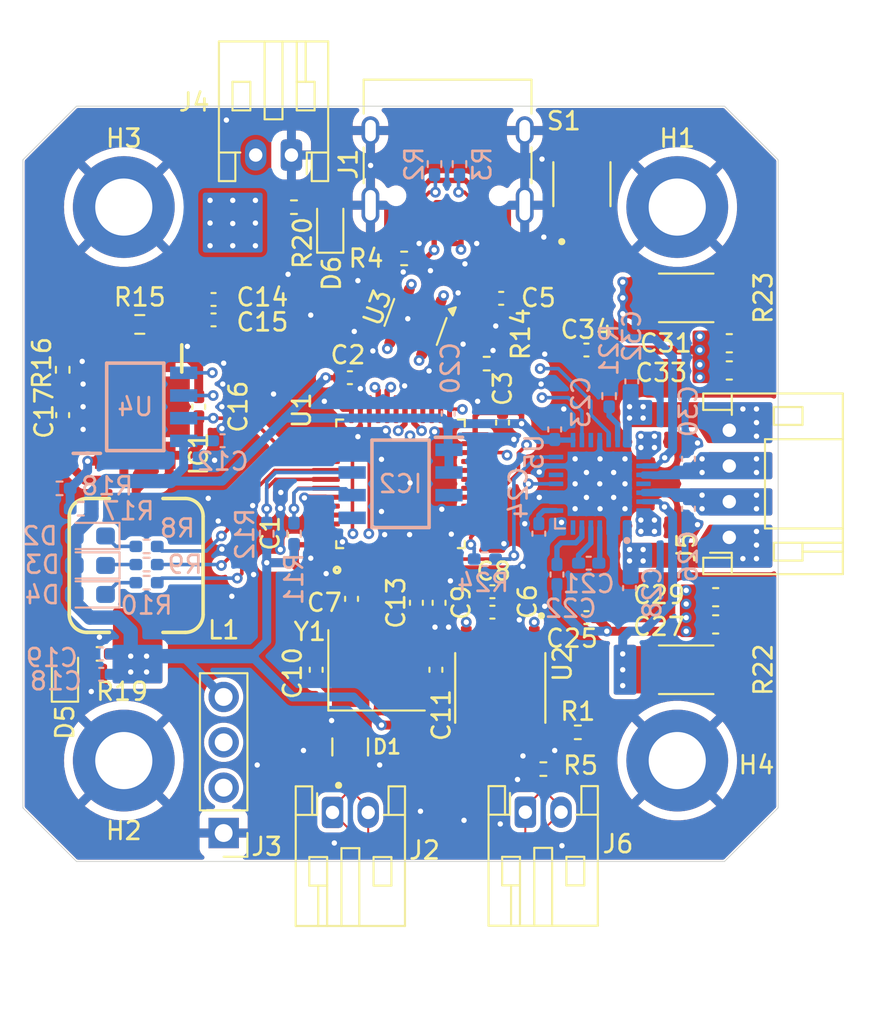
<source format=kicad_pcb>
(kicad_pcb (version 20240108) (generator "pcbnew") (generator_version "8.0")
  (title_block (title "STM32F103C8T6_FOC") (date "2025-12-26") (rev "V0.1") (company "Drag0th"))
  (layers (0 "F.Cu" signal) (1 "In1.Cu" power) (2 "In2.Cu" mixed) (31 "B.Cu" signal) (34 "B.Paste" user) (35 "F.Paste" user) (36 "B.SilkS" user "B.Silkscreen") (37 "F.SilkS" user "F.Silkscreen") (38 "B.Mask" user) (39 "F.Mask" user) (44 "Edge.Cuts" user))
  (net 0 "")
  (net 1 "+3.3V")
  (net 2 "GND")
  (net 3 "Net-(U3-VBUS)")
  (net 4 "/OSC_IN")
  (net 5 "/OSC_OUT")
  (net 6 "/NRST")
  (net 7 "+12V")
  (net 8 "Net-(IC1-SW)")
  (net 9 "Net-(IC1-BOOT)")
  (net 10 "Net-(C17-Pad1)")
  (net 11 "Net-(IC1-COMP)")
  (net 12 "Net-(U5-CPO)")
  (net 13 "Net-(U5-CPI)")
  (net 14 "Net-(U5-VCP)")
  (net 15 "Net-(U5-5VOUT)")
  (net 16 "/Stepper_Motor_Control/B1")
  (net 17 "/Stepper_Motor_Control/B2")
  (net 18 "/Stepper_Motor_Control/A1")
  (net 19 "/Stepper_Motor_Control/A2")
  (net 20 "Net-(D2-K)")
  (net 21 "Net-(D3-K)")
  (net 22 "Net-(D4-K)")
  (net 23 "Net-(D5-A)")
  (net 24 "Net-(D6-A)")
  (net 25 "Net-(IC1-FB)")
  (net 26 "Net-(IC1-EN)")
  (net 27 "/SDA")
  (net 29 "/SCL")
  (net 31 "/MCU_Peripherals/USB2_D+")
  (net 32 "/MCU_Peripherals/USB2_D-")
  (net 33 "Net-(J1-CC1)")
  (net 35 "Net-(J1-CC2)")
  (net 37 "/SWDIO")
  (net 38 "/SWCLK")
  (net 39 "/DIAG")
  (net 40 "Net-(U2-RS)")
  (net 41 "/USB0_D-")
  (net 42 "/USB0_D+")
  (net 43 "/R_LED")
  (net 44 "/B_LED")
  (net 45 "/G_LED")
  (net 46 "/U_BUTTON")
  (net 47 "Net-(U5-STDBY)")
  (net 48 "Net-(U5-BRB)")
  (net 49 "Net-(U5-BRA)")
  (net 50 "/UART2_RX")
  (net 51 "/UART2_TX")
  (net 53 "/CAN_RX")
  (net 54 "/CAN_TX")
  (net 55 "/WC_EEPROM")
  (net 58 "/DIR")
  (net 59 "/STEP")
  (net 79 "/MCU_Peripherals/CAN_P")
  (net 80 "/MCU_Peripherals/CAN_N")
  (footprint "Package_TO_SOT_SMD:SOT-23-6" (layer "F.Cu") (at 153.3652 91.2622 -110)
    (property "Reference" "U3")
    (property "Value" "USBLC6-2SC6")
  )
  (footprint "KSZ_KiCad_Footprint_Library:QFP50P900X900X160-48N" (layer "F.Cu") (at 152.527 100.33 90)
    (property "Reference" "U1")
    (property "Value" "~")
  )
  (footprint "LED_SMD:LED_0603_1608Metric_Pad1.05x0.95mm_HandSolder" (layer "F.Cu") (at 133.731 110.871 90)
    (property "Reference" "D5")
    (property "Value" "LED")
  )
  (footprint "Resistor_SMD:R_0402_1005Metric_Pad0.72x0.64mm_HandSolder" (layer "F.Cu") (at 160.528 116.3066)
    (property "Reference" "R5")
    (property "Value" "120R")
  )
  (footprint "Capacitor_SMD:C_0402_1005Metric_Pad0.74x0.62mm_HandSolder" (layer "F.Cu") (at 133.604 96.4825 -90)
    (property "Reference" "C17")
    (property "Value" "10nF")
  )
  (footprint "KSZ_KiCad_Footprint_Library:TVS_PESD2CANFD24V-UX" (layer "F.Cu") (at 149.7076 115.2144 90)
    (property "Reference" "D1")
    (property "Value" "PESD2CANFD24V-UX")
  )
  (footprint "Capacitor_SMD:C_0402_1005Metric_Pad0.74x0.62mm_HandSolder" (layer "F.Cu") (at 154.5082 110.744 -90)
    (property "Reference" "C11")
    (property "Value" "C")
  )
  (footprint "Capacitor_SMD:C_0402_1005Metric_Pad0.74x0.62mm_HandSolder" (layer "F.Cu") (at 149.6909 94.3864)
    (property "Reference" "C2")
    (property "Value" "100nF")
  )
  (footprint "Capacitor_SMD:C_0402_1005Metric_Pad0.74x0.62mm_HandSolder" (layer "F.Cu") (at 142.0535 90.0055 180)
    (property "Reference" "C14")
    (property "Value" "0.1uF")
  )
  (footprint "KSZ_KiCad_Footprint_Library:SOIC127P599X175-8N" (layer "F.Cu") (at 158.115 111.761 -90)
    (property "Reference" "U2")
    (property "Value" "SN65HVD230DR")
  )
  (footprint "Capacitor_SMD:C_0402_1005Metric_Pad0.74x0.62mm_HandSolder" (layer "F.Cu") (at 162.941 107.823 180)
    (property "Reference" "C25")
    (property "Value" "100nF")
  )
  (footprint "Capacitor_SMD:C_0402_1005Metric_Pad0.74x0.62mm_HandSolder" (layer "F.Cu") (at 141.224 96.012 -90)
    (property "Reference" "C16")
    (property "Value" "0.1uF")
  )
  (footprint "Capacitor_SMD:C_0402_1005Metric_Pad0.74x0.62mm_HandSolder" (layer "F.Cu") (at 147.8026 110.744 90)
    (property "Reference" "C10")
    (property "Value" "C")
  )
  (footprint "Capacitor_SMD:C_0402_1005Metric_Pad0.74x0.62mm_HandSolder" (layer "F.Cu") (at 146.5834 103.1748 90)
    (property "Reference" "C1")
    (property "Value" "100nF")
  )
  (footprint "Capacitor_SMD:C_0402_1005Metric_Pad0.74x0.62mm_HandSolder" (layer "F.Cu") (at 158.242 96.901 -90)
    (property "Reference" "C3")
    (property "Value" "100nF")
  )
  (footprint "Connector_USB:USB_C_Receptacle_HRO_TYPE-C-31-M-12" (layer "F.Cu") (at 155.163 81.5955 180)
    (property "Reference" "J1")
    (property "Value" "USB_C_Receptacle_USB2.0_16P")
  )
  (footprint "Resistor_SMD:R_0402_1005Metric_Pad0.72x0.64mm_HandSolder" (layer "F.Cu") (at 157.353 93.599 180)
    (property "Reference" "R14")
    (property "Value" "10k")
  )
  (footprint "Capacitor_SMD:C_0402_1005Metric_Pad0.74x0.62mm_HandSolder" (layer "F.Cu") (at 157.6745 107.5182)
    (property "Reference" "C6")
    (property "Value" "100nF")
  )
  (footprint "LED_SMD:LED_0603_1608Metric_Pad1.05x0.95mm_HandSolder" (layer "F.Cu") (at 148.59 85.725 90)
    (property "Reference" "D6")
    (property "Value" "LED")
  )
  (footprint "Connector_PinHeader_2.54mm:PinHeader_1x04_P2.54mm_Vertical" (layer "F.Cu") (at 142.621 119.888 180)
    (property "Reference" "J3")
    (property "Value" "Conn_01x04_Pin")
  )
  (footprint "Capacitor_SMD:C_0402_1005Metric_Pad0.74x0.62mm_HandSolder" (layer "F.Cu") (at 162.941 92.837 180)
    (property "Reference" "C34")
    (property "Value" "100nF")
  )
  (footprint "Resistor_SMD:R_0603_1608Metric_Pad0.98x0.95mm_HandSolder" (layer "F.Cu") (at 137.922 91.4025 180)
    (property "Reference" "R15")
    (property "Value" "240k")
  )
  (footprint "KSZ_KiCad_Footprint_Library:SOIC127P600X100-9N" (layer "F.Cu") (at 137.668 96.0195 -90)
    (property "Reference" "IC1")
    (property "Value" "BD9E303EFJ-LBE2" (hide yes))
  )
  (footprint "Connector_JST:JST_PH_S2B-PH-K_1x02_P2.00mm_Horizontal" (layer "F.Cu") (at 148.717 118.7334)
    (property "Reference" "J2")
    (property "Value" "Conn_01x02_Socket")
  )
  (footprint "KSZ_KiCad_Footprint_Library:WE-PD_7332" (layer "F.Cu") (at 137.72 104.902 -90)
    (property "Reference" "L1")
    (property "Value" "WE-PD_7332")
  )
  (footprint "Capacitor_SMD:C_0402_1005Metric_Pad0.74x0.62mm_HandSolder" (layer "F.Cu") (at 149.7838 106.7729 -90)
    (property "Reference" "C7")
    (property "Value" "100nF")
  )
  (footprint "Capacitor_SMD:C_0603_1608Metric_Pad1.08x0.95mm_HandSolder" (layer "F.Cu") (at 170.942 92.456)
    (property "Reference" "C31")
    (property "Value" "10uF")
  )
  (footprint "Resistor_SMD:R_0402_1005Metric_Pad0.72x0.64mm_HandSolder" (layer "F.Cu") (at 135.6735 109.855 180)
    (property "Reference" "R19")
    (property "Value" "1.5k")
  )
  (footprint "Capacitor_SMD:C_0402_1005Metric_Pad0.74x0.62mm_HandSolder" (layer "F.Cu") (at 158.1658 89.9414)
    (property "Reference" "C5")
    (property "Value" "100nF")
  )
  (footprint "Capacitor_SMD:C_0402_1005Metric_Pad0.74x0.62mm_HandSolder" (layer "F.Cu") (at 157.6745 106.3752)
    (property "Reference" "C8")
    (property "Value" "100nF")
  )
  (footprint "Capacitor_SMD:C_0603_1608Metric_Pad1.08x0.95mm_HandSolder" (layer "F.Cu") (at 170.942 93.98)
    (property "Reference" "C33")
    (property "Value" "10uF")
  )
  (footprint "Resistor_SMD:R_2010_5025Metric_Pad1.40x2.65mm_HandSolder" (layer "F.Cu") (at 168.529 89.916)
    (property "Reference" "R23")
    (property "Value" "0.12R")
  )
  (footprint "Capacitor_SMD:C_0402_1005Metric_Pad0.74x0.62mm_HandSolder" (layer "F.Cu") (at 142.0535 91.1485 180)
    (property "Reference" "C15")
    (property "Value" "10uF")
  )
  (footprint "Resistor_SMD:R_0402_1005Metric_Pad0.72x0.64mm_HandSolder" (layer "F.Cu") (at 152.7302 87.7062)
    (property "Reference" "R4")
    (property "Value" "1.5k")
  )
  (footprint "Capacitor_SMD:C_0402_1005Metric_Pad0.74x0.62mm_HandSolder" (layer "F.Cu") (at 154.686 106.9935 -90)
    (property "Reference" "C9")
    (property "Value" "1uF")
  )
  (footprint "MountingHole:MountingHole_3.2mm_M3_ISO7380_Pad" (layer "F.Cu") (at 168.027 115.83)
    (property "Reference" "H4")
    (property "Value" "MountingHole_Pad")
  )
  (footprint "Resistor_SMD:R_0402_1005Metric_Pad0.72x0.64mm_HandSolder" (layer "F.Cu") (at 162.4584 114.2492)
    (property "Reference" "R1")
    (property "Value" "10k")
  )
  (footprint "Connector_JST:JST_PH_S2B-PH-K_1x02_P2.00mm_Horizontal" (layer "F.Cu") (at 159.5186 118.7196)
    (property "Reference" "J6")
    (property "Value" "Conn_01x02_Socket")
  )
  (footprint "Resistor_SMD:R_0402_1005Metric_Pad0.72x0.64mm_HandSolder" (layer "F.Cu") (at 133.604 93.9425 90)
    (property "Reference" "R16")
    (property "Value" "10k")
  )
  (footprint "MountingHole:MountingHole_3.2mm_M3_ISO7380_Pad" (layer "F.Cu") (at 137.027 115.83)
    (property "Reference" "H2")
    (property "Value" "MountingHole_Pad")
  )
  (footprint "Connector_JST:JST_PH_S2B-PH-K_1x02_P2.00mm_Horizontal" (layer "F.Cu") (at 146.415 81.915 180)
    (property "Reference" "J4")
    (property "Value" "Conn_01x02_Socket")
  )
  (footprint "Connector_JST:JST_PH_S4B-PH-K_1x04_P2.00mm_Horizontal" (layer "F.Cu") (at 170.942 103.33 90)
    (property "Reference" "J5")
    (property "Value" "Conn_01x04_Pin")
  )
  (footprint "Crystal:Crystal_SMD_3225-4Pin_3.2x2.5mm_HandSoldering" (layer "F.Cu") (at 151.183 110.7764)
    (property "Reference" "Y1")
    (property "Value" "Crystal_16MHz")
  )
  (footprint "Resistor_SMD:R_2010_5025Metric_Pad1.40x2.65mm_HandSolder" (layer "F.Cu") (at 168.529 110.744)
    (property "Reference" "R22")
    (property "Value" "0.12R")
  )
  (footprint "MountingHole:MountingHole_3.2mm_M3_ISO7380_Pad" (layer "F.Cu") (at 168.027 84.83)
    (property "Reference" "H1")
    (property "Value" "MountingHole_Pad")
  )
  (footprint "Capacitor_SMD:C_0402_1005Metric_Pad0.74x0.62mm_HandSolder" (layer "F.Cu") (at 153.416 106.9935 -90)
    (property "Reference" "C13")
    (property "Value" "100nF")
  )
  (footprint "Resistor_SMD:R_0402_1005Metric_Pad0.72x0.64mm_HandSolder" (layer "F.Cu") (at 146.558 84.836)
    (property "Reference" "R20")
    (property "Value" "5.1k")
  )
  (footprint "Capacitor_SMD:C_0603_1608Metric_Pad1.08x0.95mm_HandSolder" (layer "F.Cu") (at 170.18 108.204)
    (property "Reference" "C27")
    (property "Value" "10uF")
  )
  (footprint "MountingHole:MountingHole_3.2mm_M3_ISO7380_Pad" (layer "F.Cu") (at 137.027 84.83)
    (property "Reference" "H3")
    (property "Value" "MountingHole_Pad")
  )
  (footprint "KSZ_KiCad_Footprint_Library:SW_SKRPABE010" (layer "F.Cu") (at 162.687 83.5485 90)
    (property "Reference" "S1")
    (property "Value" "SKRPABE010")
  )
  (footprint "Capacitor_SMD:C_0603_1608Metric_Pad1.08x0.95mm_HandSolder" (layer "F.Cu") (at 170.18 106.68)
    (property "Reference" "C29")
    (property "Value" "10uF")
  )
  (footprint "Capacitor_SMD:C_0402_1005Metric_Pad0.74x0.62mm_HandSolder" (layer "B.Cu") (at 168.656 98.933 90)
    (property "Reference" "C30")
    (property "Value" "470pF")
  )
  (footprint "Resistor_SMD:R_0402_1005Metric_Pad0.72x0.64mm_HandSolder" (layer "B.Cu") (at 133.4262 100.584 180)
    (property "Reference" "R18")
    (property "Value" "13k")
  )
  (footprint "Resistor_SMD:R_0402_1005Metric_Pad0.72x0.64mm_HandSolder" (layer "B.Cu") (at 154.432 82.423 90)
    (property "Reference" "R2")
    (property "Value" "5.1k")
  )
  (footprint "Resistor_SMD:R_0402_1005Metric_Pad0.72x0.64mm_HandSolder" (layer "B.Cu") (at 145.034 103.124 90)
    (property "Reference" "R12")
    (property "Value" "4.7k")
  )
  (footprint "Capacitor_SMD:C_0402_1005Metric_Pad0.74x0.62mm_HandSolder" (layer "B.Cu") (at 168.656 101.727 -90)
    (property "Reference" "C26")
    (property "Value" "470pF")
  )
  (footprint "Resistor_SMD:R_0402_1005Metric_Pad0.72x0.64mm_HandSolder" (layer "B.Cu") (at 146.558 103.124 90)
    (property "Reference" "R11")
    (property "Value" "4.7k")
  )
  (footprint "KSZ_KiCad_Footprint_Library:SOIC127P600X175-8N" (layer "B.Cu") (at 152.527 100.33 180)
    (property "Reference" "IC2")
    (property "Value" "AS5600-ASOT")
  )
  (footprint "Capacitor_SMD:C_0402_1005Metric_Pad0.74x0.62mm_HandSolder" (layer "B.Cu") (at 165.354 106.172 -90)
    (property "Reference" "C28")
    (property "Value" "470pF")
  )
  (footprint "Capacitor_SMD:C_0402_1005Metric_Pad0.74x0.62mm_HandSolder" (layer "B.Cu") (at 142.5615 97.917)
    (property "Reference" "C12")
    (property "Value" "100nF")
  )
  (footprint "LED_SMD:LED_0603_1608Metric_Pad1.05x0.95mm_HandSolder" (layer "B.Cu") (at 135.128 103.251 180)
    (property "Reference" "D2")
    (property "Value" "R_LED")
  )
  (footprint "Capacitor_SMD:C_0402_1005Metric_Pad0.74x0.62mm_HandSolder" (layer "B.Cu") (at 163.068 104.775)
    (property "Reference" "C21")
    (property "Value" "22nF")
  )
  (footprint "Resistor_SMD:R_0402_1005Metric_Pad0.72x0.64mm_HandSolder" (layer "B.Cu") (at 164.211 95.4145 90)
    (property "Reference" "R21")
    (property "Value" "100k")
  )
  (footprint "Capacitor_SMD:C_0402_1005Metric_Pad0.74x0.62mm_HandSolder" (layer "B.Cu") (at 161.29 105.41 90)
    (property "Reference" "C22")
    (property "Value" "100nF")
  )
  (footprint "Capacitor_SMD:C_0402_1005Metric_Pad0.74x0.62mm_HandSolder" (layer "B.Cu") (at 160.274 103.124 -90)
    (property "Reference" "C24")
    (property "Value" "4.7uF")
  )
  (footprint "Resistor_SMD:R_0402_1005Metric_Pad0.72x0.64mm_HandSolder" (layer "B.Cu") (at 138.303 103.8352)
    (property "Reference" "R8")
    (property "Value" "1.5k")
  )
  (footprint "KSZ_KiCad_Footprint_Library:QFN50P500X500X90-29N" (layer "B.Cu") (at 163.687 100.33 90)
    (property "Reference" "U5")
    (property "Value" "TMC2209-LA")
  )
  (footprint "KSZ_KiCad_Footprint_Library:SOIC127P600X175-8N" (layer "B.Cu") (at 137.668 96.0195)
    (property "Reference" "U4")
    (property "Value" "M24C64-RMN6TP")
  )
  (footprint "Resistor_SMD:R_0402_1005Metric_Pad0.72x0.64mm_HandSolder" (layer "B.Cu") (at 138.303 104.8512)
    (property "Reference" "R9")
    (property "Value" "1.5k")
  )
  (footprint "Resistor_SMD:R_0402_1005Metric_Pad0.72x0.64mm_HandSolder" (layer "B.Cu") (at 138.303 105.8672)
    (property "Reference" "R10")
    (property "Value" "1.5k")
  )
  (footprint "Resistor_SMD:R_0402_1005Metric_Pad0.72x0.64mm_HandSolder" (layer "B.Cu") (at 155.829 82.423 90)
    (property "Reference" "R3")
    (property "Value" "5.1k")
  )
  (footprint "Capacitor_SMD:C_0402_1005Metric_Pad0.74x0.62mm_HandSolder" (layer "B.Cu") (at 165.481 94.5896 90)
    (property "Reference" "C32")
    (property "Value" "470pF")
  )
  (footprint "LED_SMD:LED_0603_1608Metric_Pad1.05x0.95mm_HandSolder" (layer "B.Cu") (at 135.128 104.902 180)
    (property "Reference" "D3")
    (property "Value" "B_LED")
  )
  (footprint "Resistor_SMD:R_0402_1005Metric_Pad0.72x0.64mm_HandSolder" (layer "B.Cu") (at 157.2514 104.5464 180)
    (property "Reference" "R24")
    (property "Value" "1k")
  )
  (footprint "Capacitor_SMD:C_0402_1005Metric_Pad0.74x0.62mm_HandSolder" (layer "B.Cu") (at 135.763 109.855)
    (property "Reference" "C19")
    (property "Value" "22uF")
  )
  (footprint "Capacitor_SMD:C_0402_1005Metric_Pad0.74x0.62mm_HandSolder" (layer "B.Cu") (at 135.763 110.998)
    (property "Reference" "C18")
    (property "Value" "22uF")
  )
  (footprint "Capacitor_SMD:C_0402_1005Metric_Pad0.74x0.62mm_HandSolder" (layer "B.Cu") (at 161.163 97.282 90)
    (property "Reference" "C23")
    (property "Value" "100nF")
  )
  (footprint "Capacitor_SMD:C_0402_1005Metric_Pad0.74x0.62mm_HandSolder" (layer "B.Cu") (at 155.194 96.393 90)
    (property "Reference" "C20")
    (property "Value" "100nF")
  )
  (footprint "Resistor_SMD:R_0402_1005Metric_Pad0.72x0.64mm_HandSolder" (layer "B.Cu") (at 134.62 101.727 180)
    (property "Reference" "R17")
    (property "Value" "30k")
  )
  (footprint "LED_SMD:LED_0603_1608Metric_Pad1.05x0.95mm_HandSolder" (layer "B.Cu") (at 135.128 106.526 180)
    (property "Reference" "D4")
    (property "Value" "G_LED")
  )
  (gr_line (start 173.677 82.18) (end 173.677 118.48) (stroke (width 0.05)) (layer "Edge.Cuts"))
  (gr_line (start 170.677 121.48) (end 134.377 121.48) (stroke (width 0.05)) (layer "Edge.Cuts"))
  (gr_line (start 131.377 118.48) (end 134.377 121.48) (stroke (width 0.05)) (layer "Edge.Cuts"))
  (gr_line (start 170.677 79.18) (end 134.377 79.18) (stroke (width 0.05)) (layer "Edge.Cuts"))
  (gr_line (start 173.677 118.48) (end 170.677 121.48) (stroke (width 0.05)) (layer "Edge.Cuts"))
  (gr_line (start 131.377 82.18) (end 131.377 118.48) (stroke (width 0.05)) (layer "Edge.Cuts"))
  (gr_line (start 170.677 79.18) (end 173.677 82.18) (stroke (width 0.05)) (layer "Edge.Cuts"))
  (gr_line (start 134.377 79.18) (end 131.377 82.18) (stroke (width 0.05)) (layer "Edge.Cuts"))
  (segment (start 146.5834 104.4956) (end 146.5834 104.8258) (width 0.5) (layer "F.Cu") (net 1))
  (segment (start 157.48 107.8912) (end 157.48 109.291) (width 0.5) (layer "F.Cu") (net 1))
  (segment (start 149.1234 95.9612) (end 149.1234 94.3864) (width 0.3) (layer "F.Cu") (net 1))
  (segment (start 149.7838 106.2054) (end 149.7838 104.5168) (width 0.3) (layer "F.Cu") (net 1))
  (segment (start 149.987 87.7062) (end 152.1327 87.7062) (width 0.3) (layer "F.Cu") (net 1))
  (segment (start 154.686 106.426) (end 154.501974 106.426) (width 0.3) (layer "F.Cu") (net 1))
  (segment (start 149.1234 88.5698) (end 149.987 87.7062) (width 0.3) (layer "F.Cu") (net 1))
  (segment (start 147.963 106.2054) (end 149.7838 106.2054) (width 0.5) (layer "F.Cu") (net 1))
  (segment (start 159.1477 96.3335) (end 159.3088 96.4946) (width 0.3) (layer "F.Cu") (net 1))
  (segment (start 146.5834 103.7423) (end 148.2003 103.7423) (width 0.3) (layer "F.Cu") (net 1))
  (segment (start 156.9045 96.3335) (end 156.707 96.531) (width 0.3) (layer "F.Cu") (net 1))
  (segment (start 158.242 96.3335) (end 159.1477 96.3335) (width 0.3) (layer "F.Cu") (net 1))
  (segment (start 157.48 110.617) (end 157.48 109.291) (width 0.5) (layer "F.Cu") (net 1))
  (segment (start 153.777 105.701026) (end 153.777 104.51) (width 0.3) (layer "F.Cu") (net 1))
  (segment (start 157.0562 106.426) (end 157.107 106.3752) (width 0.3) (layer "F.Cu") (net 1))
  (segment (start 149.7838 104.5168) (end 149.777 104.51) (width 0.3) (layer "F.Cu") (net 1))
  (segment (start 148.2003 103.7423) (end 148.347 103.5956) (width 0.3) (layer "F.Cu") (net 1))
  (segment (start 154.501974 106.426) (end 153.777 105.701026) (width 0.3) (layer "F.Cu") (net 1))
  (segment (start 158.7246 93.599) (end 157.9505 93.599) (width 0.3) (layer "F.Cu") (net 1))
  (segment (start 159.3088 94.1832) (end 158.7246 93.599) (width 0.3) (layer "F.Cu") (net 1))
  (segment (start 149.777 96.15) (end 149.3122 96.15) (width 0.3) (layer "F.Cu") (net 1))
  (segment (start 158.2507 96.3422) (end 158.242 96.3335) (width 0.5) (layer "F.Cu") (net 1))
  (segment (start 156.707 96.531) (end 156.707 97.58) (width 0.3) (layer "F.Cu") (net 1))
  (segment (start 159.3088 96.4946) (end 159.3088 94.1832) (width 0.3) (layer "F.Cu") (net 1))
  (segment (start 146.3294 104.7496) (end 146.5834 104.4956) (width 0.5) (layer "F.Cu") (net 1))
  (segment (start 148.347 103.5956) (end 148.347 103.08) (width 0.3) (layer "F.Cu") (net 1))
  (segment (start 149.3122 96.15) (end 149.1234 95.9612) (width 0.3) (layer "F.Cu") (net 1))
  (segment (start 154.686 106.426) (end 157.0562 106.426) (width 0.3) (layer "F.Cu") (net 1))
  (segment (start 151.4602 113.8428) (end 154.2542 113.8428) (width 0.5) (layer "F.Cu") (net 1))
  (segment (start 149.1234 94.3864) (end 149.1234 88.5698) (width 0.3) (layer "F.Cu") (net 1))
  (segment (start 158.242 96.3335) (end 156.9045 96.3335) (width 0.3) (layer "F.Cu") (net 1))
  (segment (start 159.3088 96.9605) (end 159.3088 96.4946) (width 0.3) (layer "F.Cu") (net 1))
  (segment (start 154.2542 113.8428) (end 157.48 110.617) (width 0.5) (layer "F.Cu") (net 1))
  (segment (start 146.5834 104.8258) (end 147.963 106.2054) (width 0.5) (layer "F.Cu") (net 1))
  (segment (start 145.034 104.7496) (end 146.3294 104.7496) (width 0.5) (layer "F.Cu") (net 1))
  (segment (start 146.5834 104.4956) (end 146.5834 103.7423) (width 0.5) (layer "F.Cu") (net 1))
  (segment (start 149.1234 94.3864) (end 148.336 94.3864) (width 0.3) (layer "F.Cu") (net 1))
  (segment (start 157.107 107.5182) (end 157.48 107.8912) (width 0.5) (layer "F.Cu") (net 1))
  (segment (start 157.107 107.5182) (end 157.107 106.3752) (width 0.5) (layer "F.Cu") (net 1))
  (via (at 138.303 109.982) (size 0.6) (drill 0.3) (layers "F.Cu" "B.Cu") (net 1))
  (via (at 137.414 110.871) (size 0.6) (drill 0.3) (layers "F.Cu" "B.Cu") (net 1))
  (via (at 145.034 104.7496) (size 0.6) (drill 0.3) (layers "F.Cu" "B.Cu") (net 1))
  (via (at 148.336 94.3864) (size 0.6) (drill 0.3) (layers "F.Cu" "B.Cu") (net 1))
  (via (at 138.303 110.871) (size 0.6) (drill 0.3) (layers "F.Cu" "B.Cu") (net 1))
  (via (at 151.4602 113.8428) (size 0.6) (drill 0.3) (layers "F.Cu" "B.Cu") (net 1))
  (via (at 137.414 109.982) (size 0.6) (drill 0.3) (layers "F.Cu" "B.Cu") (net 1))
  (via (at 159.3088 96.9605) (size 0.6) (drill 0.3) (layers "F.Cu" "B.Cu") (net 1))
  (segment (start 137.414 108.585) (end 136.652 107.823) (width 0.8) (layer "B.Cu") (net 1))
  (segment (start 145.034 104.7496) (end 145.034 109.1438) (width 0.5) (layer "B.Cu") (net 1))
  (segment (start 135.2175 101.727) (end 135.2175 101.0025) (width 0.8) (layer "B.Cu") (net 1))
  (segment (start 139.4714 109.982) (end 144.1958 109.982) (width 0.8) (layer "B.Cu") (net 1))
  (segment (start 135.2175 101.0025) (end 136.0424 100.1776) (width 0.8) (layer "B.Cu") (net 1))
  (segment (start 155.239 98.425) (end 155.239 99.695) (width 0.5) (layer "B.Cu") (net 1))
  (segment (start 161.1935 97.88) (end 161.163 97.8495) (width 0.3) (layer "B.Cu") (net 1))
  (segment (start 140.38 99.4214) (end 139.6238 100.1776) (width 0.5) (layer "B.Cu") (net 1))
  (segment (start 140.3875 97.917) (end 140.38 97.9245) (width 0.5) (layer "B.Cu") (net 1))
  (segment (start 135.128 107.823) (end 134.253 106.948) (width 0.8) (layer "B.Cu") (net 1))
  (segment (start 146.558 104.4448) (end 146.2532 104.7496) (width 0.5) (layer "B.Cu") (net 1))
  (segment (start 136.652 107.823) (end 135.128 107.823) (width 0.8) (layer "B.Cu") (net 1))
  (segment (start 146.4818 112.268) (end 144.1958 109.982) (width 0.5) (layer "B.Cu") (net 1))
  (segment (start 148.336 94.3864) (end 148.336 94.4626) (width 0.5) (layer "B.Cu") (net 1))
  (segment (start 155.194 96.9605) (end 154.8805 96.647) (width 0.5) (layer "B.Cu") (net 1))
  (segment (start 140.335 109.982) (end 139.4714 109.982) (width 0.5) (layer "B.Cu") (net 1))
  (segment (start 138.303 109.982) (end 139.4714 109.982) (width 0.8) (layer "B.Cu") (net 1))
  (segment (start 146.0754 96.647) (end 148.336 94.3864) (width 0.5) (layer "B.Cu") (net 1))
  (segment (start 140.38 97.9245) (end 140.38 99.4214) (width 0.5) (layer "B.Cu") (net 1))
  (segment (start 155.194 98.38) (end 155.239 98.425) (width 0.5) (layer "B.Cu") (net 1))
  (segment (start 146.2532 104.7496) (end 145.034 104.7496) (width 0.5) (layer "B.Cu") (net 1))
  (segment (start 137.414 109.982) (end 137.414 108.585) (width 0.8) (layer "B.Cu") (net 1))
  (segment (start 158.5889 96.9605) (end 159.3088 96.9605) (width 0.5) (layer "B.Cu") (net 1))
  (segment (start 146.558 103.7215) (end 146.558 104.4448) (width 0.5) (layer "B.Cu") (net 1))
  (segment (start 154.8805 96.647) (end 146.0754 96.647) (width 0.5) (layer "B.Cu") (net 1))
  (segment (start 145.034 109.1438) (end 144.1958 109.982) (width 0.5) (layer "B.Cu") (net 1))
  (segment (start 149.8854 112.268) (end 146.4818 112.268) (width 0.5) (layer "B.Cu") (net 1))
  (segment (start 134.253 106.948) (end 134.253 106.526) (width 0.8) (layer "B.Cu") (net 1))
  (segment (start 134.253 103.11) (end 135.2175 102.1455) (width 0.8) (layer "B.Cu") (net 1))
  (segment (start 151.4602 113.8428) (end 149.8854 112.268) (width 0.5) (layer "B.Cu") (net 1))
  (segment (start 142.3924 100.1776) (end 142.4178 100.1522) (width 0.5) (layer "B.Cu") (net 1))
  (segment (start 142.5448 100.1776) (end 146.0754 96.647) (width 0.5) (layer "B.Cu") (net 1))
  (segment (start 141.994 97.917) (end 140.3875 97.917) (width 0.5) (layer "B.Cu") (net 1))
  (segment (start 155.194 96.9605) (end 155.194 98.38) (width 0.5) (layer "B.Cu") (net 1))
  (segment (start 159.3683 96.9605) (end 160.2573 97.8495) (width 0.5) (layer "B.Cu") (net 1))
  (segment (start 136.0424 100.1776) (end 139.6238 100.1776) (width 0.8) (layer "B.Cu") (net 1))
  (segment (start 135.2175 102.1455) (end 135.2175 101.727) (width 0.8) (layer "B.Cu") (net 1))
  (segment (start 139.6238 100.1776) (end 142.3924 100.1776) (width 0.5) (layer "B.Cu") (net 1))
  (segment (start 134.253 103.251) (end 134.253 103.11) (width 0.8) (layer "B.Cu") (net 1))
  (segment (start 142.3924 100.1776) (end 142.5448 100.1776) (width 0.5) (layer "B.Cu") (net 1))
  (segment (start 162.187 97.88) (end 161.1935 97.88) (width 0.3) (layer "B.Cu") (net 1))
  (segment (start 159.3088 96.9605) (end 159.3683 96.9605) (width 0.5) (layer "B.Cu") (net 1))
  (segment (start 134.253 104.902) (end 134.253 103.251) (width 0.8) (layer "B.Cu") (net 1))
  (segment (start 155.194 96.9605) (end 158.5889 96.9605) (width 0.5) (layer "B.Cu") (net 1))
  (segment (start 160.2573 97.8495) (end 161.163 97.8495) (width 0.5) (layer "B.Cu") (net 1))
  (segment (start 145.034 103.7215) (end 145.034 104.7496) (width 0.5) (layer "B.Cu") (net 1))
  (segment (start 142.621 112.268) (end 140.335 109.982) (width 0.5) (layer "B.Cu") (net 1))
  (segment (start 134.253 106.526) (end 134.253 104.902) (width 0.8) (layer "B.Cu") (net 1))
  (segment (start 147.1796 101.08) (end 147.1422 101.1174) (width 0.3) (layer "F.Cu") (net 2))
  (segment (start 146.6107 102.58) (end 146.5834 102.6073) (width 0.3) (layer "F.Cu") (net 2))
  (segment (start 153.8933 111.9264) (end 152.633 111.9264) (width 0.3) (layer "F.Cu") (net 2))
  (segment (start 150.277 94.996) (end 150.277 96.15) (width 0.3) (layer "F.Cu") (net 2))
  (segment (start 158.242 97.79) (end 158.242 97.4685) (width 0.3) (layer "F.Cu") (net 2))
  (segment (start 156.707 98.08) (end 157.952 98.08) (width 0.3) (layer "F.Cu") (net 2))
  (segment (start 148.347 102.58) (end 146.6107 102.58) (width 0.3) (layer "F.Cu") (net 2))
  (segment (start 148.347 101.08) (end 147.1796 101.08) (width 0.3) (layer "F.Cu") (net 2))
  (segment (start 150.277 94.996) (end 150.277 94.405) (width 0.3) (layer "F.Cu") (net 2))
  (segment (start 157.952 98.08) (end 158.242 97.79) (width 0.3) (layer "F.Cu") (net 2))
  (segment (start 150.277 94.405) (end 150.2584 94.3864) (width 0.3) (layer "F.Cu") (net 2))
  (segment (start 154.5082 111.3115) (end 153.8933 111.9264) (width 0.3) (layer "F.Cu") (net 2))
  (via (at 159.385 115.57) (size 0.6) (drill 0.3) (layers "F.Cu" "B.Cu") (net 2))
  (via (at 150.8506 82.4992) (size 0.6) (drill 0.3) (layers "F.Cu" "B.Cu") (net 2))
  (via (at 142.621 93.5736) (size 0.6) (drill 0.3) (layers "F.Cu" "B.Cu") (net 2))
  (via (at 156.1338 88.011) (size 0.6) (drill 0.3) (layers "F.Cu" "B.Cu") (net 2))
  (via (at 159.0802 116.8908) (size 0.6) (drill 0.3) (layers "F.Cu" "B.Cu") (net 2))
  (via (at 160.2994 101.092) (size 0.6) (drill 0.3) (layers "F.Cu" "B.Cu") (net 2))
  (via (at 147.4978 90.8812) (size 0.6) (drill 0.3) (layers "F.Cu" "B.Cu") (net 2))
  (via (at 151.638 103.1748) (size 0.6) (drill 0.3) (layers "F.Cu" "B.Cu") (net 2))
  (via (at 165.1 98.933) (size 0.6) (drill 0.3) (layers "F.Cu" "B.Cu") (net 2))
  (via (at 157.7086 92.8624) (size 0.6) (drill 0.3) (layers "F.Cu" "B.Cu") (net 2))
  (via (at 160.4518 82.1436) (size 0.6) (drill 0.3) (layers "F.Cu" "B.Cu") (net 2))
  (via (at 162.941 101.092) (size 0.6) (drill 0.3) (layers "F.Cu" "B.Cu") (net 2))
  (via (at 135.6614 108.9152) (size 0.6) (drill 0.3) (layers "F.Cu" "B.Cu") (net 2))
  (via (at 155.321 105.7656) (size 0.6) (drill 0.3) (layers "F.Cu" "B.Cu") (net 2))
  (via (at 158.115 119.38) (size 0.6) (drill 0.3) (layers "F.Cu" "B.Cu") (net 2))
  (via (at 158.3182 103.6828) (size 0.6) (drill 0.3) (layers "F.Cu" "B.Cu") (net 2))
  (via (at 141.7574 101.1428) (size 0.6) (drill 0.3) (layers "F.Cu" "B.Cu") (net 2))
  (via (at 149.9362 91.7956) (size 0.6) (drill 0.3) (layers "F.Cu" "B.Cu") (net 2))
  (via (at 163.703 98.933) (size 0.6) (drill 0.3) (layers "F.Cu" "B.Cu") (net 2))
  (via (at 150.9776 92.8878) (size 0.6) (drill 0.3) (layers "F.Cu" "B.Cu") (net 2))
  (via (at 147.4978 104.4956) (size 0.6) (drill 0.3) (layers "F.Cu" "B.Cu") (net 2))
  (via (at 153.0604 100.2792) (size 0.6) (drill 0.3) (layers "F.Cu" "B.Cu") (net 2))
  (via (at 143.0782 106.6292) (size 0.6) (drill 0.3) (layers "F.Cu" "B.Cu") (net 2))
  (via (at 164.465 99.695) (size 0.6) (drill 0.3) (layers "F.Cu" "B.Cu") (net 2))
  (via (at 134.6962 93.472) (size 0.6) (drill 0.3) (layers "F.Cu" "B.Cu") (net 2))
  (via (at 142.7734 79.9592) (size 0.6) (drill 0.3) (layers "F.Cu" "B.Cu") (net 2))
  (via (at 152.7556 94.8436) (size 0.6) (drill 0.3) (layers "F.Cu" "B.Cu") (net 2))
  (via (at 151.3586 116.078) (size 0.6) (drill 0.3) (layers "F.Cu" "B.Cu") (net 2))
  (via (at 144.5006 116.078) (size 0.6) (drill 0.3) (layers "F.Cu" "B.Cu") (net 2))
  (via (at 144.2466 101.5492) (size 0.6) (drill 0.3) (layers "F.Cu" "B.Cu") (net 2))
  (via (at 145.796 104.013) (size 0.6) (drill 0.3) (layers "F.Cu" "B.Cu") (net 2))
  (via (at 169.164 98.044) (size 0.6) (drill 0.3) (layers "F.Cu" "B.Cu") (net 2))
  (via (at 160.6042 93.0656) (size 0.6) (drill 0.3) (layers "F.Cu" "B.Cu") (net 2))
  (via (at 135.2042 111.9632) (size 0.6) (drill 0.3) (layers "F.Cu" "B.Cu") (net 2))
  (via (at 144.2974 105.41) (size 0.6) (drill 0.3) (layers "F.Cu" "B.Cu") (net 2))
  (via (at 162.306 98.933) (size 0.6) (drill 0.3) (layers "F.Cu" "B.Cu") (net 2))
  (via (at 154.8384 101.7524) (size 0.6) (drill 0.3) (layers "F.Cu" "B.Cu") (net 2))
  (via (at 151.695997 97.3582) (size 0.6) (drill 0.3) (layers "F.Cu" "B.Cu") (net 2))
  (via (at 145.796 101.7016) (size 0.6) (drill 0.3) (layers "F.Cu" "B.Cu") (net 2))
  (via (at 155.3718 103.1494) (size 0.6) (drill 0.3) (layers "F.Cu" "B.Cu") (net 2))
  (via (at 165.1 100.33) (size 0.6) (drill 0.3) (layers "F.Cu" "B.Cu") (net 2))
  (via (at 153.5684 86.868) (size 0.6) (drill 0.3) (layers "F.Cu" "B.Cu") (net 2))
  (via (at 149.2758 103.5812) (size 0.6) (drill 0.3) (layers "F.Cu" "B.Cu") (net 2))
  (via (at 148.3614 105.3592) (size 0.6) (drill 0.3) (layers "F.Cu" "B.Cu") (net 2))
  (via (at 140.589 92.6338) (size 0.6) (drill 0.3) (layers "F.Cu" "B.Cu") (net 2))
  (via (at 151.4602 98.9584) (size 0.6) (drill 0.3) (layers "F.Cu" "B.Cu") (net 2))
  (via (at 148.8186 120.4468) (size 0.6) (drill 0.3) (layers "F.Cu" "B.Cu") (net 2))
  (via (at 152.6794 88.4682) (size 0.6) (drill 0.3) (layers "F.Cu" "B.Cu") (net 2))
  (via (at 162.306 101.727) (size 0.6) (drill 0.3) (layers "F.Cu" "B.Cu") (net 2))
  (via (at 159.1818 107.95) (size 0.6) (drill 0.3) (layers "F.Cu" "B.Cu") (net 2))
  (via (at 163.687 100.33) (size 0.6) (drill 0.3) (layers "F.Cu" "B.Cu") (net 2))
  (via (at 161.544 102.489) (size 0.6) (drill 0.3) (layers "F.Cu" "B.Cu") (net 2))
  (via (at 160.2994 99.6696) (size 0.6) (drill 0.3) (layers "F.Cu" "B.Cu") (net 2))
  (via (at 159.385 104.9528) (size 0.6) (drill 0.3) (layers "F.Cu" "B.Cu") (net 2))
  (via (at 165.1 101.727) (size 0.6) (drill 0.3) (layers "F.Cu" "B.Cu") (net 2))
  (via (at 158.877 97.8408) (size 0.6) (drill 0.3) (layers "F.Cu" "B.Cu") (net 2))
  (via (at 155.7528 89.6366) (size 0.6) (drill 0.3) (layers "F.Cu" "B.Cu") (net 2))
  (via (at 153.6446 118.6688) (size 0.6) (drill 0.3) (layers "F.Cu" "B.Cu") (net 2))
  (via (at 142.3162 102.4128) (size 0.6) (drill 0.3) (layers "F.Cu" "B.Cu") (net 2))
  (via (at 142.5194 96.012) (size 0.6) (drill 0.3) (layers "F.Cu" "B.Cu") (net 2))
  (via (at 161.5694 120.5992) (size 0.6) (drill 0.3) (layers "F.Cu" "B.Cu") (net 2))
  (via (at 162.941 99.695) (size 0.6) (drill 0.3) (layers "F.Cu" "B.Cu") (net 2))
  (via (at 156.0322 92.5068) (size 0.6) (drill 0.3) (layers "F.Cu" "B.Cu") (net 2))
  (via (at 134.747 96.012) (size 0.6) (drill 0.3) (layers "F.Cu" "B.Cu") (net 2))
  (via (at 154.1272 94.0054) (size 0.6) (drill 0.3) (layers "F.Cu" "B.Cu") (net 2))
  (via (at 164.465 101.092) (size 0.6) (drill 0.3) (layers "F.Cu" "B.Cu") (net 2))
  (via (at 160.5534 86.5124) (size 0.6) (drill 0.3) (layers "F.Cu" "B.Cu") (net 2))
  (via (at 150.1394 97.6884) (size 0.6) (drill 0.3) (layers "F.Cu" "B.Cu") (net 2))
  (via (at 156.083 119.1768) (size 0.6) (drill 0.3) (layers "F.Cu" "B.Cu") (net 2))
  (via (at 145.8214 100.8126) (size 0.6) (drill 0.3) (layers "F.Cu" "B.Cu") (net 2))
  (via (at 157.861 91.4908) (size 0.6) (drill 0.3) (layers "F.Cu" "B.Cu") (net 2))
  (via (at 155.2194 108.3564) (size 0.6) (drill 0.3) (layers "F.Cu" "B.Cu") (net 2))
  (via (at 151.4602 101.8794) (size 0.6) (drill 0.3) (layers "F.Cu" "B.Cu") (net 2))
  (via (at 142.5702 94.742) (size 0.6) (drill 0.3) (layers "F.Cu" "B.Cu") (net 2))
  (via (at 147.1422 101.1174) (size 0.6) (drill 0.3) (layers "F.Cu" "B.Cu") (net 2))
  (via (at 161.671 96.139) (size 0.6) (drill 0.3) (layers "F.Cu" "B.Cu") (net 2))
  (via (at 142.113 99.0092) (size 0.6) (drill 0.3) (layers "F.Cu" "B.Cu") (net 2))
  (via (at 145.415 95.3008) (size 0.6) (drill 0.3) (layers "F.Cu" "B.Cu") (net 2))
  (via (at 142.5194 103.9876) (size 0.6) (drill 0.3) (layers "F.Cu" "B.Cu") (net 2))
  (via (at 146.2278 88.5952) (size 0.6) (drill 0.3) (layers "F.Cu" "B.Cu") (net 2))
  (via (at 163.703 101.727) (size 0.6) (drill 0.3) (layers "F.Cu" "B.Cu") (net 2))
  (via (at 154.2034 88.392) (size 0.6) (drill 0.3) (layers "F.Cu" "B.Cu") (net 2))
  (via (at 142.5194 97.2312) (size 0.6) (drill 0.3) (layers "F.Cu" "B.Cu") (net 2))
  (via (at 161.163 115.2652) (size 0.6) (drill 0.3) (layers "F.Cu" "B.Cu") (net 2))
  (via (at 150.1394 88.9508) (size 0.6) (drill 0.3) (layers "F.Cu" "B.Cu") (net 2))
  (via (at 169.164 102.616) (size 0.6) (drill 0.3) (layers "F.Cu" "B.Cu") (net 2))
  (via (at 160.401 94.742) (size 0.6) (drill 0.3) (layers "F.Cu" "B.Cu") (net 2))
  (via (at 150.277 94.996) (size 0.6) (drill 0.3) (layers "F.Cu" "B.Cu") (net 2))
  (via (at 160.6042 107.188) (size 0.6) (drill 0.3) (layers "F.Cu" "B.Cu") (net 2))
  (via (at 156.7942 86.868) (size 0.6) (drill 0.3) (layers "F.Cu" "B.Cu") (net 2))
  (via (at 148.6662 113.5888) (size 0.6) (drill 0.3) (layers "F.Cu" "B.Cu") (net 2))
  (via (at 153.059228 97.638108) (size 0.6) (drill 0.3) (layers "F.Cu" "B.Cu") (net 2))
  (via (at 152.9334 91.0844) (size 0.6) (drill 0.3) (layers "F.Cu" "B.Cu") (net 2))
  (via (at 134.747 97.282) (size 0.6) (drill 0.3) (layers "F.Cu" "B.Cu") (net 2))
  (via (at 159.4866 102.5652) (size 0.6) (drill 0.3) (layers "F.Cu" "B.Cu") (net 2))
  (via (at 148.2598 95.7072) (size 0.6) (drill 0.3) (layers "F.Cu" "B.Cu") (net 2))
  (via (at 162.306 100.33) (size 0.6) (drill 0.3) (layers "F.Cu" "B.Cu") (net 2))
  (via (at 153.035 103.1748) (size 0.6) (drill 0.3) (layers "F.Cu" "B.Cu") (net 2))
  (via (at 154.4574 108.3564) (size 0.6) (drill 0.3) (layers "F.Cu" "B.Cu") (net 2))
  (via (at 147.0914 115.2652) (size 0.6) (drill 0.3) (layers "F.Cu" "B.Cu") (net 2))
  (via (at 156.845 95.7072) (size 0.6) (drill 0.3) (layers "F.Cu" "B.Cu") (net 2))
  (via (at 154.432 97.409) (size 0.6) (drill 0.3) (layers "F.Cu" "B.Cu") (net 2))
  (via (at 134.747 94.742) (size 0.6) (drill 0.3) (layers "F.Cu" "B.Cu") (net 2))
  (segment (start 161.237 99.33) (end 162.687 99.33) (width 0.3) (layer "B.Cu") (net 2))
  (segment (start 163.687 97.88) (end 163.687 100.33) (width 0.3) (layer "B.Cu") (net 2))
  (segment (start 160.639 99.33) (end 160.2994 99.6696) (width 0.3) (layer "B.Cu") (net 2))
  (segment (start 161.237 99.33) (end 160.639 99.33) (width 0.3) (layer "B.Cu") (net 2))
  (segment (start 162.687 99.33) (end 163.687 100.33) (width 0.3) (layer "B.Cu") (net 2))
  (segment (start 157.5983 90.4835) (end 157.5983 89.9414) (width 0.3) (layer "F.Cu") (net 3))
  (segment (start 152.713 84.786462) (end 154.162062 83.3374) (width 0.3) (layer "F.Cu") (net 3))
  (segment (start 152.713 85.6405) (end 152.713 84.786462) (width 0.3) (layer "F.Cu") (net 3))
  (segment (start 154.162062 83.3374) (end 156.163938 83.3374) (width 0.3) (layer "F.Cu") (net 3))
  (segment (start 156.464 91.6178) (end 157.5983 90.4835) (width 0.3) (layer "F.Cu") (net 3))
  (segment (start 153.3906 91.6178) (end 156.464 91.6178) (width 0.3) (layer "F.Cu") (net 3))
  (segment (start 156.163938 83.3374) (end 157.613 84.786462) (width 0.3) (layer "F.Cu") (net 3))
  (segment (start 157.5983 89.9414) (end 157.5983 85.6552) (width 0.3) (layer "F.Cu") (net 3))
  (segment (start 152.976152 92.3311) (end 152.976152 92.032248) (width 0.3) (layer "F.Cu") (net 3))
  (segment (start 157.5983 85.6552) (end 157.613 85.6405) (width 0.3) (layer "F.Cu") (net 3))
  (segment (start 157.613 84.786462) (end 157.613 85.6405) (width 0.3) (layer "F.Cu") (net 3))
  (segment (start 152.976152 92.032248) (end 153.3906 91.6178) (width 0.3) (layer "F.Cu") (net 3))
  (segment (start 149.733 111.9264) (end 149.883 111.9264) (width 0.3) (layer "F.Cu") (net 4))
  (segment (start 151.777 105.38591) (end 151.777 104.51) (width 0.3) (layer "F.Cu") (net 4))
  (segment (start 151.233 110.5764) (end 151.233 105.92991) (width 0.3) (layer "F.Cu") (net 4))
  (segment (start 149.883 111.9264) (end 151.233 110.5764) (width 0.3) (layer "F.Cu") (net 4))
  (segment (start 151.233 105.92991) (end 151.777 105.38591) (width 0.3) (layer "F.Cu") (net 4))
  (segment (start 148.4175 111.9264) (end 147.8026 111.3115) (width 0.3) (layer "F.Cu") (net 4))
  (segment (start 149.733 111.9264) (end 148.4175 111.9264) (width 0.3) (layer "F.Cu") (net 4))
  (segment (start 152.633 109.6264) (end 153.9581 109.6264) (width 0.3) (layer "F.Cu") (net 5))
  (segment (start 152.633 106.9384) (end 152.633 109.6264) (width 0.3) (layer "F.Cu") (net 5))
  (segment (start 152.277 106.5824) (end 152.633 106.9384) (width 0.3) (layer "F.Cu") (net 5))
  (segment (start 153.9581 109.6264) (end 154.5082 110.1765) (width 0.3) (layer "F.Cu") (net 5))
  (segment (start 152.277 104.51) (end 152.277 106.5824) (width 0.3) (layer "F.Cu") (net 5))
  (segment (start 152.777 105.6854) (end 152.777 104.51) (width 0.3) (layer "F.Cu") (net 6))
  (segment (start 153.416 106.426) (end 153.416 106.3244) (width 0.3) (layer "F.Cu") (net 6))
  (segment (start 153.416 106.3244) (end 152.777 105.6854) (width 0.3) (layer "F.Cu") (net 6))
  (segment (start 164.084 108.585) (end 168.529 108.585) (width 0.5) (layer "F.Cu") (net 7))
  (segment (start 164.084 108.3985) (end 163.5085 107.823) (width 0.5) (layer "F.Cu") (net 7))
  (segment (start 164.084 108.585) (end 164.084 108.3985) (width 0.5) (layer "F.Cu") (net 7))
  (segment (start 169.291 92.837) (end 163.5085 92.837) (width 0.5) (layer "F.Cu") (net 7))
  (segment (start 138.8345 91.4025) (end 138.303 91.934) (width 0.5) (layer "F.Cu") (net 7))
  (segment (start 138.303 91.934) (end 138.303 93.3075) (width 0.5) (layer "F.Cu") (net 7))
  (via (at 144.399 84.455) (size 0.6) (drill 0.3) (layers "F.Cu" "B.Cu") (net 7))
  (via (at 166.751 98.298) (size 0.6) (drill 0.3) (layers "F.Cu" "B.Cu") (net 7))
  (via (at 143.129 84.455) (size 0.6) (drill 0.3) (layers "F.Cu" "B.Cu") (net 7))
  (via (at 168.529 106.299) (size 0.6) (drill 0.3) (layers "F.Cu" "B.Cu") (net 7))
  (via (at 166.751 97.663) (size 0.6) (drill 0.3) (layers "F.Cu" "B.Cu") (net 7))
  (via (at 169.291 94.361) (size 0.6) (drill 0.3) (layers "F.Cu" "B.Cu") (net 7))
  (via (at 166.751 102.997) (size 0.6) (drill 0.3) (layers "F.Cu" "B.Cu") (net 7))
  (via (at 165.989 98.298) (size 0.6) (drill 0.3) (layers "F.Cu" "B.Cu") (net 7))
  (via (at 169.291 93.656997) (size 0.6) (drill 0.3) (layers "F.Cu" "B.Cu") (net 7))
  (via (at 143.129 86.995) (size 0.6) (drill 0.3) (layers "F.Cu" "B.Cu") (net 7))
  (via (at 141.859 85.725) (size 0.6) (drill 0.3) (layers "F.Cu" "B.Cu") (net 7))
  (via (at 169.291 92.075) (size 0.6) (drill 0.3) (layers "F.Cu" "B.Cu") (net 7))
  (via (at 164.084 108.585) (size 0.6) (drill 0.3) (layers "F.Cu" "B.Cu") (net 7))
  (via (at 141.859 84.455) (size 0.6) (drill 0.3) (layers "F.Cu" "B.Cu") (net 7))
  (via (at 168.529 107.823) (size 0.6) (drill 0.3) (layers "F.Cu" "B.Cu") (net 7))
  (via (at 165.989 102.362) (size 0.6) (drill 0.3) (layers "F.Cu" "B.Cu") (net 7))
  (via (at 165.989 97.663) (size 0.6) (drill 0.3) (layers "F.Cu" "B.Cu") (net 7))
  (via (at 144.399 86.995) (size 0.6) (drill 0.3) (layers "F.Cu" "B.Cu") (net 7))
  (via (at 144.399 85.725) (size 0.6) (drill 0.3) (layers "F.Cu" "B.Cu") (net 7))
  (via (at 168.529 107.061) (size 0.6) (drill 0.3) (layers "F.Cu" "B.Cu") (net 7))
  (via (at 143.129 85.7504) (size 0.6) (drill 0.3) (layers "F.Cu" "B.Cu") (net 7))
  (via (at 141.859 86.995) (size 0.6) (drill 0.3) (layers "F.Cu" "B.Cu") (net 7))
  (via (at 169.291 92.837) (size 0.6) (drill 0.3) (layers "F.Cu" "B.Cu") (net 7))
  (via (at 168.529 108.585) (size 0.6) (drill 0.3) (layers "F.Cu" "B.Cu") (net 7))
  (via (at 166.751 102.362) (size 0.6) (drill 0.3) (layers "F.Cu" "B.Cu") (net 7))
  (via (at 165.989 102.997) (size 0.6) (drill 0.3) (layers "F.Cu" "B.Cu") (net 7))
  (segment (start 161.29 107.188) (end 161.29 105.9775) (width 0.5) (layer "B.Cu") (net 7))
  (segment (start 164.084 108.585) (end 162.687 108.585) (width 0.5) (layer "B.Cu") (net 7))
  (segment (start 162.687 108.585) (end 161.29 107.188) (width 0.5) (layer "B.Cu") (net 7))
  (segment (start 140.6635 98.7315) (end 139.573 98.7315) (width 0.5) (layer "F.Cu") (net 8))
  (segment (start 141.224 98.171) (end 140.6635 98.7315) (width 0.5) (layer "F.Cu") (net 8))
  (segment (start 139.573 99.822) (end 139.065 100.33) (width 0.5) (layer "F.Cu") (net 8))
  (segment (start 137.72 100.659) (end 137.72 101.702) (width 0.5) (layer "F.Cu") (net 8))
  (segment (start 141.224 96.5795) (end 141.224 98.171) (width 0.5) (layer "F.Cu") (net 8))
  (segment (start 139.573 98.7315) (end 139.573 99.822) (width 0.5) (layer "F.Cu") (net 8))
  (segment (start 139.065 100.33) (end 138.049 100.33) (width 0.5) (layer "F.Cu") (net 8))
  (segment (start 138.049 100.33) (end 137.72 100.659) (width 0.5) (layer "F.Cu") (net 8))
  (segment (start 139.573 93.3075) (end 140.6785 93.3075) (width 0.5) (layer "F.Cu") (net 9))
  (segment (start 140.6785 93.3075) (end 141.224 93.853) (width 0.5) (layer "F.Cu") (net 9))
  (segment (start 141.224 93.853) (end 141.224 95.4445) (width 0.5) (layer "F.Cu") (net 9))
  (segment (start 133.604 95.915) (end 133.604 94.54) (width 0.5) (layer "F.Cu") (net 10))
  (segment (start 134.0866 97.5326) (end 133.604 97.05) (width 0.5) (layer "F.Cu") (net 11))
  (segment (start 136.8552 100.1268) (end 134.8486 100.1268) (width 0.5) (layer "F.Cu") (net 11))
  (segment (start 134.0866 99.3648) (end 134.0866 97.5326) (width 0.5) (layer "F.Cu") (net 11))
  (segment (start 137.033 98.7315) (end 137.033 99.949) (width 0.5) (layer "F.Cu") (net 11))
  (segment (start 134.8486 100.1268) (end 134.0866 99.3648) (width 0.5) (layer "F.Cu") (net 11))
  (segment (start 137.033 99.949) (end 136.8552 100.1268) (width 0.5) (layer "F.Cu") (net 11))
  (segment (start 163.687 104.7235) (end 163.6355 104.775) (width 0.3) (layer "B.Cu") (net 12))
  (segment (start 163.687 102.78) (end 163.687 104.7235) (width 0.3) (layer "B.Cu") (net 12))
  (segment (start 162.5005 104.3265) (end 162.5005 104.775) (width 0.3) (layer "B.Cu") (net 13))
  (segment (start 163.187 102.78) (end 163.187 103.64) (width 0.3) (layer "B.Cu") (net 13))
  (segment (start 163.187 103.64) (end 162.5005 104.3265) (width 0.3) (layer "B.Cu") (net 13))
  (segment (start 161.544 103.632) (end 161.29 103.886) (width 0.3) (layer "B.Cu") (net 14))
  (segment (start 162.346838 103.632) (end 161.544 103.632) (width 0.3) (layer "B.Cu") (net 14))
  (segment (start 162.687 102.78) (end 162.687 103.291838) (width 0.3) (layer "B.Cu") (net 14))
  (segment (start 162.687 103.291838) (end 162.346838 103.632) (width 0.3) (layer "B.Cu") (net 14))
  (segment (start 161.29 103.886) (end 161.29 104.8425) (width 0.3) (layer "B.Cu") (net 14))
  (segment (start 160.552 101.83) (end 160.274 102.108) (width 0.3) (layer "B.Cu") (net 15))
  (segment (start 160.274 102.108) (end 160.274 102.5565) (width 0.3) (layer "B.Cu") (net 15))
  (segment (start 161.237 101.83) (end 160.552 101.83) (width 0.3) (layer "B.Cu") (net 15))
  (via (at 169.418 100.965) (size 0.6) (drill 0.3) (layers "F.Cu" "B.Cu") (net 16))
  (via (at 172.466 100.965) (size 0.6) (drill 0.3) (layers "F.Cu" "B.Cu") (net 16))
  (via (at 172.466 101.727) (size 0.6) (drill 0.3) (layers "F.Cu" "B.Cu") (net 16))
  (via (at 169.418 101.727) (size 0.6) (drill 0.3) (layers "F.Cu" "B.Cu") (net 16))
  (via (at 172.466 104.521) (size 0.6) (drill 0.3) (layers "F.Cu" "B.Cu") (net 17))
  (via (at 166.116 104.013) (size 0.6) (drill 0.3) (layers "F.Cu" "B.Cu") (net 17))
  (via (at 166.116 104.648) (size 0.6) (drill 0.3) (layers "F.Cu" "B.Cu") (net 17))
  (via (at 171.704 104.521) (size 0.6) (drill 0.3) (layers "F.Cu" "B.Cu") (net 17))
  (via (at 165.354 104.648) (size 0.6) (drill 0.3) (layers "F.Cu" "B.Cu") (net 17))
  (via (at 172.466 103.759) (size 0.6) (drill 0.3) (layers "F.Cu" "B.Cu") (net 17))
  (via (at 165.354 104.013) (size 0.6) (drill 0.3) (layers "F.Cu" "B.Cu") (net 17))
  (via (at 172.466 102.997) (size 0.6) (drill 0.3) (layers "F.Cu" "B.Cu") (net 17))
  (via (at 172.466 99.695) (size 0.6) (drill 0.3) (layers "F.Cu" "B.Cu") (net 18))
  (via (at 169.418 99.695) (size 0.6) (drill 0.3) (layers "F.Cu" "B.Cu") (net 18))
  (via (at 169.418 98.933) (size 0.6) (drill 0.3) (layers "F.Cu" "B.Cu") (net 18))
  (via (at 172.466 98.933) (size 0.6) (drill 0.3) (layers "F.Cu" "B.Cu") (net 18))
  (via (at 172.466 96.901) (size 0.6) (drill 0.3) (layers "F.Cu" "B.Cu") (net 19))
  (via (at 166.116 96.647) (size 0.6) (drill 0.3) (layers "F.Cu" "B.Cu") (net 19))
  (via (at 166.116 96.012) (size 0.6) (drill 0.3) (layers "F.Cu" "B.Cu") (net 19))
  (via (at 165.354 96.647) (size 0.6) (drill 0.3) (layers "F.Cu" "B.Cu") (net 19))
  (via (at 165.354 96.012) (size 0.6) (drill 0.3) (layers "F.Cu" "B.Cu") (net 19))
  (via (at 172.466 96.139) (size 0.6) (drill 0.3) (layers "F.Cu" "B.Cu") (net 19))
  (via (at 171.704 96.139) (size 0.6) (drill 0.3) (layers "F.Cu" "B.Cu") (net 19))
  (via (at 172.466 97.663) (size 0.6) (drill 0.3) (layers "F.Cu" "B.Cu") (net 19))
  (segment (start 136.5872 103.8352) (end 136.003 103.251) (width 0.2) (layer "B.Cu") (net 20))
  (segment (start 137.7055 103.8352) (end 136.5872 103.8352) (width 0.2) (layer "B.Cu") (net 20))
  (segment (start 136.0538 104.8512) (end 136.003 104.902) (width 0.2) (layer "B.Cu") (net 21))
  (segment (start 137.7055 104.8512) (end 136.0538 104.8512) (width 0.2) (layer "B.Cu") (net 21))
  (segment (start 136.003 106.526) (end 136.2726 106.526) (width 0.2) (layer "B.Cu") (net 22))
  (segment (start 137.7055 105.8672) (end 136.6618 105.8672) (width 0.2) (layer "B.Cu") (net 22))
  (segment (start 136.6618 105.8672) (end 136.003 106.526) (width 0.2) (layer "B.Cu") (net 22))
  (segment (start 135.076 109.855) (end 133.872 109.855) (width 0.8) (layer "F.Cu") (net 23))
  (segment (start 133.872 109.855) (end 133.731 109.996) (width 0.8) (layer "F.Cu") (net 23))
  (segment (start 147.1555 84.836) (end 148.6776 84.836) (width 0.5) (layer "F.Cu") (net 24))
  (segment (start 148.6776 84.836) (end 148.717 84.8754) (width 0.5) (layer "F.Cu") (net 24))
  (segment (start 135.001 99.06) (end 135.4345 99.06) (width 0.5) (layer "F.Cu") (net 25))
  (segment (start 135.4345 99.06) (end 135.763 98.7315) (width 0.5) (layer "F.Cu") (net 25))
  (via (at 135.001 99.06) (size 0.6) (drill 0.3) (layers "F.Cu" "B.Cu") (net 25))
  (segment (start 134.0225 101.727) (end 134.0225 100.5852) (width 0.5) (layer "B.Cu") (net 25))
  (segment (start 135.001 99.06) (end 135.001 99.6067) (width 0.5) (layer "B.Cu") (net 25))
  (segment (start 134.0225 100.5852) (end 134.0237 100.584) (width 0.5) (layer "B.Cu") (net 25))
  (segment (start 135.001 99.6067) (end 134.0237 100.584) (width 0.5) (layer "B.Cu") (net 25))
  (segment (start 137.0095 93.284) (end 137.033 93.3075) (width 0.5) (layer "F.Cu") (net 26))
  (segment (start 137.0095 91.4025) (end 137.0095 93.284) (width 0.5) (layer "F.Cu") (net 26))
  (segment (start 146.558 100.838) (end 146.558 101.727) (width 0.2) (layer "F.Cu") (net 27))
  (segment (start 148.347 100.58) (end 146.816 100.58) (width 0.2) (layer "F.Cu") (net 27))
  (segment (start 146.816 100.58) (end 146.558 100.838) (width 0.2) (layer "F.Cu") (net 27))
  (via (at 141.986 94.107) (size 0.6) (drill 0.3) (layers "F.Cu" "B.Cu") (net 27))
  (via (at 146.558 101.727) (size 0.6) (drill 0.3) (layers "F.Cu" "B.Cu") (net 27))
  (segment (start 149.4594 100.6094) (end 146.7866 100.6094) (width 0.2) (layer "B.Cu") (net 27))
  (segment (start 146.558 100.838) (end 146.558 101.727) (width 0.2) (layer "B.Cu") (net 27))
  (segment (start 141.9785 94.1145) (end 140.38 94.1145) (width 0.2) (layer "B.Cu") (net 27))
  (segment (start 141.986 94.107) (end 141.9785 94.1145) (width 0.2) (layer "B.Cu") (net 27))
  (segment (start 146.7866 100.6094) (end 146.558 100.838) (width 0.2) (layer "B.Cu") (net 27))
  (segment (start 149.815 100.965) (end 149.4594 100.6094) (width 0.2) (layer "B.Cu") (net 27))
  (segment (start 146.558 101.727) (end 146.558 102.5265) (width 0.2) (layer "B.Cu") (net 27))
  (segment (start 148.347 100.08) (end 145.538 100.08) (width 0.2) (layer "F.Cu") (net 29))
  (segment (start 145.538 100.08) (end 145.161 100.457) (width 0.2) (layer "F.Cu") (net 29))
  (segment (start 145.161 100.457) (end 145.034 100.584) (width 0.2) (layer "F.Cu") (net 29))
  (segment (start 145.034 100.584) (end 145.034 101.727) (width 0.2) (layer "F.Cu") (net 29))
  (via (at 145.034 101.727) (size 0.6) (drill 0.3) (layers "F.Cu" "B.Cu") (net 29))
  (via (at 142.034 95.383827) (size 0.6) (drill 0.3) (layers "F.Cu" "B.Cu") (net 29))
  (segment (start 145.034 100.203) (end 145.034 101.727) (width 0.2) (layer "B.Cu") (net 29))
  (segment (start 142.033327 95.3845) (end 142.034 95.383827) (width 0.2) (layer "B.Cu") (net 29))
  (segment (start 149.815 99.695) (end 145.542 99.695) (width 0.2) (layer "B.Cu") (net 29))
  (segment (start 145.034 101.727) (end 145.034 102.5265) (width 0.2) (layer "B.Cu") (net 29))
  (segment (start 145.542 99.695) (end 145.034 100.203) (width 0.2) (layer "B.Cu") (net 29))
  (segment (start 140.38 95.3845) (end 142.033327 95.3845) (width 0.2) (layer "B.Cu") (net 29))
  (segment (start 153.9368 87.7062) (end 153.3277 87.7062) (width 0.3) (layer "F.Cu") (net 31))
  (segment (start 154.413 85.6405) (end 154.413 84.6955) (width 0.3) (layer "F.Cu") (net 31))
  (segment (start 154.413 84.6955) (end 154.5265 84.582) (width 0.3) (layer "F.Cu") (net 31))
  (segment (start 155.413 84.6955) (end 155.413 85.6405) (width 0.3) (layer "F.Cu") (net 31))
  (segment (start 154.5265 84.582) (end 155.2995 84.582) (width 0.3) (layer "F.Cu") (net 31))
  (segment (start 152.86154 89.42906) (end 153.1366 89.154) (width 0.3) (layer "F.Cu") (net 31))
  (segment (start 154.413 87.23) (end 153.9368 87.7062) (width 0.3) (layer "F.Cu") (net 31))
  (segment (start 155.2995 84.582) (end 155.413 84.6955) (width 0.3) (layer "F.Cu") (net 31))
  (segment (start 152.86154 89.868381) (end 152.86154 89.42906) (width 0.3) (layer "F.Cu") (net 31))
  (segment (start 154.413 85.6405) (end 154.413 87.23) (width 0.3) (layer "F.Cu") (net 31))
  (via (at 154.413 87.23) (size 0.6) (drill 0.3) (layers "F.Cu" "B.Cu") (net 31))
  (via (at 153.1366 89.154) (size 0.6) (drill 0.3) (layers "F.Cu" "B.Cu") (net 31))
  (segment (start 155.913 85.6405) (end 155.913 86.868) (width 0.3) (layer "F.Cu") (net 32))
  (segment (start 154.913 85.6405) (end 154.913 86.5855) (width 0.3) (layer "F.Cu") (net 32))
  (segment (start 155.1955 86.868) (end 155.913 86.868) (width 0.3) (layer "F.Cu") (net 32))
  (segment (start 154.913 86.5855) (end 155.1955 86.868) (width 0.3) (layer "F.Cu") (net 32))
  (segment (start 154.646956 90.51822) (end 154.646956 90.082044) (width 0.3) (layer "F.Cu") (net 32))
  (segment (start 155.913 86.868) (end 155.913 87.206) (width 0.3) (layer "F.Cu") (net 32))
  (segment (start 154.646956 90.082044) (end 154.94 89.789) (width 0.3) (layer "F.Cu") (net 32))
  (via (at 155.913 87.206) (size 0.6) (drill 0.3) (layers "F.Cu" "B.Cu") (net 32))
  (via (at 154.94 89.789) (size 0.6) (drill 0.3) (layers "F.Cu" "B.Cu") (net 32))
  (segment (start 155.8108 83.7874) (end 155.829 83.7874) (width 0.2) (layer "F.Cu") (net 33))
  (segment (start 156.1084 83.9978) (end 156.413 84.3024) (width 0.2) (layer "F.Cu") (net 33))
  (segment (start 156.413 84.3024) (end 156.413 85.6405) (width 0.2) (layer "F.Cu") (net 33))
  (segment (start 155.7782 83.9978) (end 155.7782 83.82) (width 0.2) (layer "F.Cu") (net 33))
  (segment (start 155.7782 83.9978) (end 156.1084 83.9978) (width 0.2) (layer "F.Cu") (net 33))
  (via (at 155.7782 83.9978) (size 0.6) (drill 0.3) (layers "F.Cu" "B.Cu") (net 33))
  (segment (start 155.7782 83.0713) (end 155.7782 83.9978) (width 0.2) (layer "B.Cu") (net 33))
  (segment (start 155.829 83.0205) (end 155.7782 83.0713) (width 0.2) (layer "B.Cu") (net 33))
  (segment (start 154.48089 83.99878) (end 154.137078 83.99878) (width 0.2) (layer "F.Cu") (net 35))
  (segment (start 154.137078 83.99878) (end 153.413 84.722858) (width 0.2) (layer "F.Cu") (net 35))
  (segment (start 153.413 84.722858) (end 153.413 85.6405) (width 0.2) (layer "F.Cu") (net 35))
  (via (at 154.48089 83.99878) (size 0.6) (drill 0.3) (layers "F.Cu" "B.Cu") (net 35))
  (segment (start 154.48089 83.99878) (end 154.48089 83.06939) (width 0.2) (layer "B.Cu") (net 35))
  (segment (start 154.48089 83.06939) (end 154.432 83.0205) (width 0.2) (layer "B.Cu") (net 35))
  (segment (start 150.777 96.15) (end 150.777 103.096) (width 0.2) (layer "F.Cu") (net 37))
  (segment (start 150.777 103.096) (end 150.749 103.124) (width 0.2) (layer "F.Cu") (net 37))
  (via (at 150.749 103.124) (size 0.6) (drill 0.3) (layers "F.Cu" "B.Cu") (net 37))
  (segment (start 149.8346 98.2547) (end 149.8346 103.0657) (width 0.2) (layer "F.Cu") (net 38))
  (segment (start 148.347 97.58) (end 149.127 97.58) (width 0.2) (layer "F.Cu") (net 38))
  (segment (start 149.127 97.58) (end 149.8092 98.2622) (width 0.2) (layer "F.Cu") (net 38))
  (segment (start 149.8092 103.0732) (end 149.86 103.124) (width 0.2) (layer "F.Cu") (net 38))
  (via (at 149.86 103.124) (size 0.6) (drill 0.3) (layers "F.Cu" "B.Cu") (net 38))
  (segment (start 158.35126 98.58) (end 156.707 98.58) (width 0.2) (layer "F.Cu") (net 39))
  (segment (start 158.496 98.72474) (end 158.35126 98.58) (width 0.2) (layer "F.Cu") (net 39))
  (via (at 159.6898 100.33) (size 0.6) (drill 0.3) (layers "F.Cu" "B.Cu") (net 39))
  (via (at 158.496 98.72474) (size 0.6) (drill 0.3) (layers "F.Cu" "B.Cu") (net 39))
  (segment (start 159.6898 100.33) (end 161.237 100.33) (width 0.2) (layer "B.Cu") (net 39))
  (segment (start 160.02 114.231) (end 161.8427 114.231) (width 0.5) (layer "F.Cu") (net 40))
  (segment (start 161.8427 114.231) (end 161.8609 114.2492) (width 0.5) (layer "F.Cu") (net 40))
  (segment (start 151.982531 94.914574) (end 151.777 95.120105) (width 0.3) (layer "F.Cu") (net 41))
  (segment (start 151.777 95.120105) (end 151.777 96.15) (width 0.3) (layer "F.Cu") (net 41))
  (segment (start 153.86886 92.656019) (end 153.86886 93.12074) (width 0.3) (layer "F.Cu") (net 41))
  (segment (start 153.86886 93.12074) (end 153.5684 93.4212) (width 0.3) (layer "F.Cu") (net 41))
  (via (at 153.5684 93.4212) (size 0.6) (drill 0.3) (layers "F.Cu" "B.Cu") (net 41))
  (via (at 151.982531 94.914574) (size 0.6) (drill 0.3) (layers "F.Cu" "B.Cu") (net 41))
  (segment (start 151.090585 94.923255) (end 151.277 95.10967) (width 0.3) (layer "F.Cu") (net 42))
  (segment (start 152.083444 92.467756) (end 151.7904 92.7608) (width 0.3) (layer "F.Cu") (net 42))
  (segment (start 151.277 95.10967) (end 151.277 96.15) (width 0.3) (layer "F.Cu") (net 42))
  (segment (start 152.083444 92.00618) (end 152.083444 92.467756) (width 0.3) (layer "F.Cu") (net 42))
  (via (at 151.090585 94.923255) (size 0.6) (drill 0.3) (layers "F.Cu" "B.Cu") (net 42))
  (via (at 151.7904 92.7608) (size 0.6) (drill 0.3) (layers "F.Cu" "B.Cu") (net 42))
  (segment (start 147.413529 98.58) (end 148.347 98.58) (width 0.2) (layer "F.Cu") (net 43))
  (segment (start 145.241942 98.679) (end 147.314529 98.679) (width 0.2) (layer "F.Cu") (net 43))
  (segment (start 142.494 103.251) (end 142.837 102.908) (width 0.2) (layer "F.Cu") (net 43))
  (segment (start 142.837 102.908) (end 142.837 101.083942) (width 0.2) (layer "F.Cu") (net 43))
  (segment (start 147.314529 98.679) (end 147.413529 98.58) (width 0.2) (layer "F.Cu") (net 43))
  (segment (start 142.837 101.083942) (end 145.241942 98.679) (width 0.2) (layer "F.Cu") (net 43))
  (via (at 142.494 103.251) (size 0.6) (drill 0.3) (layers "F.Cu" "B.Cu") (net 43))
  (segment (start 139.1545 104.0892) (end 138.9005 103.8352) (width 0.2) (layer "B.Cu") (net 43))
  (segment (start 142.494 103.251) (end 141.6558 104.0892) (width 0.2) (layer "B.Cu") (net 43))
  (segment (start 141.6558 104.0892) (end 139.1545 104.0892) (width 0.2) (layer "B.Cu") (net 43))
  (segment (start 145.406628 99.08) (end 148.347 99.08) (width 0.2) (layer "F.Cu") (net 44))
  (segment (start 143.237 101.249628) (end 145.406628 99.08) (width 0.2) (layer "F.Cu") (net 44))
  (segment (start 142.494 104.902) (end 143.237 104.159) (width 0.2) (layer "F.Cu") (net 44))
  (segment (start 143.237 104.159) (end 143.237 101.249628) (width 0.2) (layer "F.Cu") (net 44))
  (via (at 142.494 104.902) (size 0.6) (drill 0.3) (layers "F.Cu" "B.Cu") (net 44))
  (segment (start 142.494 104.902) (end 142.4432 104.8512) (width 0.2) (layer "B.Cu") (net 44))
  (segment (start 142.4432 104.8512) (end 138.9005 104.8512) (width 0.2) (layer "B.Cu") (net 44))
  (segment (start 143.637 101.415314) (end 145.472314 99.58) (width 0.2) (layer "F.Cu") (net 45))
  (segment (start 143.383 105.6132) (end 143.637 105.3592) (width 0.2) (layer "F.Cu") (net 45))
  (segment (start 145.472314 99.58) (end 148.347 99.58) (width 0.2) (layer "F.Cu") (net 45))
  (segment (start 143.637 105.3592) (end 143.637 101.415314) (width 0.2) (layer "F.Cu") (net 45))
  (via (at 143.383 105.6132) (size 0.6) (drill 0.3) (layers "F.Cu" "B.Cu") (net 45))
  (segment (start 139.1545 105.6132) (end 138.9005 105.8672) (width 0.2) (layer "B.Cu") (net 45))
  (segment (start 143.383 105.6132) (end 139.1545 105.6132) (width 0.2) (layer "B.Cu") (net 45))
  (segment (start 160.401 92.329) (end 161.612 91.118) (width 0.2) (layer "F.Cu") (net 46))
  (segment (start 156.4894 94.9452) (end 154.4828 94.9452) (width 0.2) (layer "F.Cu") (net 46))
  (segment (start 154.4828 94.9452) (end 154.277 95.151) (width 0.2) (layer "F.Cu") (net 46))
  (segment (start 156.7555 92.9265) (end 157.353 92.329) (width 0.2) (layer "F.Cu") (net 46))
  (segment (start 156.7555 93.599) (end 156.7555 94.6791) (width 0.2) (layer "F.Cu") (net 46))
  (segment (start 161.612 91.118) (end 161.612 85.6235) (width 0.2) (layer "F.Cu") (net 46))
  (segment (start 154.277 95.151) (end 154.277 96.15) (width 0.2) (layer "F.Cu") (net 46))
  (segment (start 161.612 85.6235) (end 161.612 81.4735) (width 0.2) (layer "F.Cu") (net 46))
  (segment (start 156.7555 93.599) (end 156.7555 92.9265) (width 0.2) (layer "F.Cu") (net 46))
  (segment (start 157.353 92.329) (end 160.401 92.329) (width 0.2) (layer "F.Cu") (net 46))
  (segment (start 156.7555 94.6791) (end 156.4894 94.9452) (width 0.2) (layer "F.Cu") (net 46))
  (segment (start 164.211 96.518604) (end 164.211 96.012) (width 0.3) (layer "B.Cu") (net 47))
  (segment (start 164.687 97.88) (end 164.687 96.994604) (width 0.3) (layer "B.Cu") (net 47))
  (segment (start 164.687 96.994604) (end 164.211 96.518604) (width 0.3) (layer "B.Cu") (net 47))
  (via (at 164.973 111.633) (size 0.6) (drill 0.3) (layers "F.Cu" "B.Cu") (net 48))
  (via (at 164.973 110.744) (size 0.6) (drill 0.3) (layers "F.Cu" "B.Cu") (net 48))
  (via (at 167.310984 101.622826) (size 0.6) (drill 0.3) (layers "F.Cu" "B.Cu") (net 48))
  (via (at 164.973 109.855) (size 0.6) (drill 0.3) (layers "F.Cu" "B.Cu") (net 48))
  (segment (start 167.310984 101.622826) (end 167.767 102.078842) (width 0.5) (layer "B.Cu") (net 48))
  (segment (start 167.767 102.078842) (end 167.767 103.886) (width 0.5) (layer "B.Cu") (net 48))
  (segment (start 166.137 101.33) (end 167.018158 101.33) (width 0.3) (layer "B.Cu") (net 48))
  (segment (start 165.354 108.585) (end 166.116 108.585) (width 0.5) (layer "B.Cu") (net 48))
  (segment (start 164.973 108.966) (end 165.354 108.585) (width 0.5) (layer "B.Cu") (net 48))
  (segment (start 167.310984 101.622826) (end 167.310984 101.748745) (width 0.3) (layer "B.Cu") (net 48))
  (segment (start 167.018158 101.33) (end 167.310984 101.622826) (width 0.3) (layer "B.Cu") (net 48))
  (segment (start 167.767 106.934) (end 167.767 103.886) (width 0.5) (layer "B.Cu") (net 48))
  (segment (start 166.116 108.585) (end 167.767 106.934) (width 0.5) (layer "B.Cu") (net 48))
  (segment (start 164.973 109.855) (end 164.973 108.966) (width 0.5) (layer "B.Cu") (net 48))
  (via (at 164.973 89.027) (size 0.6) (drill 0.3) (layers "F.Cu" "B.Cu") (net 49))
  (via (at 167.3225 98.8695) (size 0.6) (drill 0.3) (layers "F.Cu" "B.Cu") (net 49))
  (via (at 164.973 89.916) (size 0.6) (drill 0.3) (layers "F.Cu" "B.Cu") (net 49))
  (via (at 164.973 90.805) (size 0.6) (drill 0.3) (layers "F.Cu" "B.Cu") (net 49))
  (segment (start 166.862 99.33) (end 166.137 99.33) (width 0.3) (layer "B.Cu") (net 49))
  (segment (start 167.767 98.425) (end 167.3225 98.8695) (width 0.5) (layer "B.Cu") (net 49))
  (segment (start 165.354 92.202) (end 166.751 92.202) (width 0.5) (layer "B.Cu") (net 49))
  (segment (start 167.3225 98.8695) (end 166.862 99.33) (width 0.3) (layer "B.Cu") (net 49))
  (segment (start 164.973 91.821) (end 165.354 92.202) (width 0.5) (layer "B.Cu") (net 49))
  (segment (start 164.973 90.805) (end 164.973 91.821) (width 0.5) (layer "B.Cu") (net 49))
  (segment (start 166.751 92.202) (end 167.767 93.218) (width 0.5) (layer "B.Cu") (net 49))
  (segment (start 167.767 93.218) (end 167.767 98.425) (width 0.5) (layer "B.Cu") (net 49))
  (segment (start 156.464 103.7336) (end 156.464 103.323) (width 0.2) (layer "F.Cu") (net 50))
  (segment (start 156.464 103.323) (end 156.707 103.08) (width 0.2) (layer "F.Cu") (net 50))
  (via (at 156.464 103.7336) (size 0.6) (drill 0.3) (layers "F.Cu" "B.Cu") (net 50))
  (segment (start 156.464 103.7336) (end 156.6539 103.9235) (width 0.2) (layer "B.Cu") (net 50))
  (segment (start 156.6539 103.9235) (end 156.6539 104.5464) (width 0.2) (layer "B.Cu") (net 50))
  (segment (start 158.877 104.3432) (end 158.6738 104.5464) (width 0.2) (layer "F.Cu") (net 51))
  (segment (start 155.3134 104.5464) (end 155.277 104.51) (width 0.2) (layer "F.Cu") (net 51))
  (segment (start 158.6738 104.5464) (end 155.3134 104.5464) (width 0.2) (layer "F.Cu") (net 51))
  (via (at 158.877 104.3432) (size 0.6) (drill 0.3) (layers "F.Cu" "B.Cu") (net 51))
  (segment (start 158.877 104.3432) (end 158.6738 104.5464) (width 0.2) (layer "B.Cu") (net 51))
  (segment (start 158.6738 104.5464) (end 157.8489 104.5464) (width 0.2) (layer "B.Cu") (net 51))
  (segment (start 160.123 98.83) (end 161.237 98.83) (width 0.2) (layer "B.Cu") (net 51))
  (segment (start 158.877 104.3432) (end 158.877 100.076) (width 0.2) (layer "B.Cu") (net 51))
  (segment (start 158.877 100.076) (end 160.123 98.83) (width 0.2) (layer "B.Cu") (net 51))
  (segment (start 152.777 96.9812) (end 152.4 97.3582) (width 0.3) (layer "F.Cu") (net 53))
  (segment (start 156.21 108.077) (end 156.21 109.291) (width 0.3) (layer "F.Cu") (net 53))
  (segment (start 152.777 96.15) (end 152.777 96.9812) (width 0.3) (layer "F.Cu") (net 53))
  (via (at 156.21 108.077) (size 0.6) (drill 0.3) (layers "F.Cu" "B.Cu") (net 53))
  (via (at 152.4 97.3582) (size 0.6) (drill 0.3) (layers "F.Cu" "B.Cu") (net 53))
  (segment (start 153.277 96.15) (end 153.277 96.930016) (width 0.3) (layer "F.Cu") (net 54))
  (segment (start 153.277 96.930016) (end 153.7052 97.358216) (width 0.3) (layer "F.Cu") (net 54))
  (segment (start 160.02 108.077) (end 160.02 109.291) (width 0.3) (layer "F.Cu") (net 54))
  (via (at 153.7052 97.358216) (size 0.6) (drill 0.3) (layers "F.Cu" "B.Cu") (net 54))
  (via (at 160.02 108.077) (size 0.6) (drill 0.3) (layers "F.Cu" "B.Cu") (net 54))
  (segment (start 144.1271 96.6545) (end 145.5526 98.08) (width 0.2) (layer "F.Cu") (net 55))
  (segment (start 145.5526 98.08) (end 148.347 98.08) (width 0.2) (layer "F.Cu") (net 55))
  (segment (start 142.0368 96.6545) (end 144.1271 96.6545) (width 0.2) (layer "F.Cu") (net 55))
  (via (at 142.0368 96.6545) (size 0.6) (drill 0.3) (layers "F.Cu" "B.Cu") (net 55))
  (segment (start 142.0368 96.6545) (end 140.38 96.6545) (width 0.2) (layer "B.Cu") (net 55))
  (segment (start 155.945 96.15) (end 155.277 96.15) (width 0.2) (layer "F.Cu") (net 58))
  (segment (start 155.992484 96.160414) (end 155.955414 96.160414) (width 0.2) (layer "F.Cu") (net 58))
  (segment (start 155.955414 96.160414) (end 155.945 96.15) (width 0.2) (layer "F.Cu") (net 58))
  (via (at 155.992484 96.160414) (size 0.6) (drill 0.3) (layers "F.Cu" "B.Cu") (net 58))
  (via (at 160.3502 93.8784) (size 0.6) (drill 0.3) (layers "F.Cu" "B.Cu") (net 58))
  (segment (start 163.195 96.4692) (end 164.187 97.4612) (width 0.2) (layer "B.Cu") (net 58))
  (segment (start 160.3502 93.8784) (end 161.3662 93.8784) (width 0.2) (layer "B.Cu") (net 58))
  (segment (start 164.187 97.4612) (end 164.187 97.88) (width 0.2) (layer "B.Cu") (net 58))
  (segment (start 163.195 95.7072) (end 163.195 96.4692) (width 0.2) (layer "B.Cu") (net 58))
  (segment (start 161.3662 93.8784) (end 163.195 95.7072) (width 0.2) (layer "B.Cu") (net 58))
  (segment (start 158.246 100.58) (end 156.707 100.58) (width 0.2) (layer "F.Cu") (net 59))
  (segment (start 159.131 99.695) (end 158.246 100.58) (width 0.2) (layer "F.Cu") (net 59))
  (segment (start 159.131 98.6028) (end 159.131 99.695) (width 0.2) (layer "F.Cu") (net 59))
  (segment (start 159.5882 98.1456) (end 159.131 98.6028) (width 0.2) (layer "F.Cu") (net 59))
  (via (at 160.4518 95.504) (size 0.6) (drill 0.3) (layers "F.Cu" "B.Cu") (net 59))
  (via (at 159.5882 98.1456) (size 0.6) (drill 0.3) (layers "F.Cu" "B.Cu") (net 59))
  (segment (start 160.4518 95.504) (end 161.925 95.504) (width 0.2) (layer "B.Cu") (net 59))
  (segment (start 161.925 95.504) (end 162.687 96.266) (width 0.2) (layer "B.Cu") (net 59))
  (segment (start 162.687 96.266) (end 162.687 97.88) (width 0.2) (layer "B.Cu") (net 59))
  (segment (start 159.5186 118.7196) (end 159.5186 118.4446) (width 0.11) (layer "F.Cu") (net 79))
  (segment (start 158.424 117.094992) (end 158.424 116.034501) (width 0.11) (layer "F.Cu") (net 79))
  (segment (start 150.3576 116.1394) (end 150.3576 115.713384) (width 0.11) (layer "F.Cu") (net 79))
  (segment (start 150.750784 115.3202) (end 152.322808 115.3202) (width 0.11) (layer "F.Cu") (net 79))
  (segment (start 150.3576 115.713384) (end 150.750784 115.3202) (width 0.11) (layer "F.Cu") (net 79))
  (segment (start 150.717 119.859416) (end 150.717 118.7334) (width 0.11) (layer "F.Cu") (net 79))
  (segment (start 159.5186 119.845616) (end 159.251816 120.1124) (width 0.11) (layer "F.Cu") (net 79))
  (segment (start 150.0166 117.152904) (end 150.0166 116.930401) (width 0.11) (layer "F.Cu") (net 79))
  (segment (start 150.969984 120.1124) (end 150.717 119.859416) (width 0.11) (layer "F.Cu") (net 79))
  (segment (start 159.251816 120.1124) (end 150.969984 120.1124) (width 0.11) (layer "F.Cu") (net 79))
  (segment (start 150.717 118.7334) (end 150.717 118.4584) (width 0.11) (layer "F.Cu") (net 79))
  (segment (start 160.2096 117.7536) (end 160.2096 117.289304) (width 0.11) (layer "F.Cu") (net 79))
  (segment (start 150.0166 116.930401) (end 150.3576 116.589401) (width 0.11) (layer "F.Cu") (net 79))
  (segment (start 150.3576 116.589401) (end 150.3576 116.1394) (width 0.11) (layer "F.Cu") (net 79))
  (segment (start 159.9305 116.842851) (end 159.9305 116.3066) (width 0.11) (layer "F.Cu") (net 79))
  (segment (start 150.717 118.4584) (end 150.026 117.7674) (width 0.11) (layer "F.Cu") (net 79))
  (segment (start 150.026 117.7674) (end 150.026 117.162304) (width 0.11) (layer "F.Cu") (net 79))
  (segment (start 159.5186 118.4446) (end 160.2096 117.7536) (width 0.11) (layer "F.Cu") (net 79))
  (segment (start 160.219 117.279904) (end 160.219 117.131351) (width 0.11) (layer "F.Cu") (net 79))
  (segment (start 150.026 117.162304) (end 150.0166 117.152904) (width 0.11) (layer "F.Cu") (net 79))
  (segment (start 159.5186 118.7196) (end 159.5186 119.845616) (width 0.11) (layer "F.Cu") (net 79))
  (segment (start 160.2096 117.289304) (end 160.219 117.279904) (width 0.11) (layer "F.Cu") (net 79))
  (segment (start 158.424 116.034501) (end 158.75 115.708501) (width 0.11) (layer "F.Cu") (net 79))
  (segment (start 158.75 115.708501) (end 158.75 114.231) (width 0.11) (layer "F.Cu") (net 79))
  (segment (start 152.322808 115.3202) (end 155.116808 118.1142) (width 0.11) (layer "F.Cu") (net 79))
  (segment (start 157.404792 118.1142) (end 158.424 117.094992) (width 0.11) (layer "F.Cu") (net 79))
  (segment (start 155.116808 118.1142) (end 157.404792 118.1142) (width 0.11) (layer "F.Cu") (net 79))
  (segment (start 160.219 117.131351) (end 159.9305 116.842851) (width 0.11) (layer "F.Cu") (net 79))
  (segment (start 161.5186 118.4446) (end 160.8276 117.7536) (width 0.11) (layer "F.Cu") (net 80))
  (segment (start 150.4948 114.7022) (end 152.578792 114.7022) (width 0.11) (layer "F.Cu") (net 80))
  (segment (start 161.5186 118.7196) (end 159.5078 120.7304) (width 0.11) (layer "F.Cu") (net 80))
  (segment (start 161.1255 116.842851) (end 161.1255 116.3066) (width 0.11) (layer "F.Cu") (net 80))
  (segment (start 160.8276 117.7536) (end 160.8276 117.5258) (width 0.11) (layer "F.Cu") (net 80))
  (segment (start 157.806 116.034501) (end 157.48 115.708501) (width 0.11) (layer "F.Cu") (net 80))
  (segment (start 160.837 117.131351) (end 161.1255 116.842851) (width 0.11) (layer "F.Cu") (net 80))
  (segment (start 150.714 120.7304) (end 148.717 118.7334) (width 0.11) (layer "F.Cu") (net 80))
  (segment (start 152.578792 114.7022) (end 155.372792 117.4962) (width 0.11) (layer "F.Cu") (net 80))
  (segment (start 149.3986 117.3894) (end 149.3986 116.930401) (width 0.11) (layer "F.Cu") (net 80))
  (segment (start 149.0576 116.1394) (end 150.4948 114.7022) (width 0.11) (layer "F.Cu") (net 80))
  (segment (start 160.8276 117.5258) (end 160.837 117.5164) (width 0.11) (layer "F.Cu") (net 80))
  (segment (start 148.717 118.4584) (end 149.408 117.7674) (width 0.11) (layer "F.Cu") (net 80))
  (segment (start 155.372792 117.4962) (end 157.148808 117.4962) (width 0.11) (layer "F.Cu") (net 80))
  (segment (start 161.5186 118.7196) (end 161.5186 118.4446) (width 0.11) (layer "F.Cu") (net 80))
  (segment (start 149.408 117.7674) (end 149.408 117.3988) (width 0.11) (layer "F.Cu") (net 80))
  (segment (start 149.0576 116.589401) (end 149.0576 116.1394) (width 0.11) (layer "F.Cu") (net 80))
  (segment (start 149.3986 116.930401) (end 149.0576 116.589401) (width 0.11) (layer "F.Cu") (net 80))
  (segment (start 157.148808 117.4962) (end 157.806 116.839008) (width 0.11) (layer "F.Cu") (net 80))
  (segment (start 157.48 115.708501) (end 157.48 114.231) (width 0.11) (layer "F.Cu") (net 80))
  (segment (start 149.408 117.3988) (end 149.3986 117.3894) (width 0.11) (layer "F.Cu") (net 80))
  (segment (start 157.806 116.839008) (end 157.806 116.034501) (width 0.11) (layer "F.Cu") (net 80))
  (segment (start 160.837 117.5164) (end 160.837 117.131351) (width 0.11) (layer "F.Cu") (net 80))
  (segment (start 159.5078 120.7304) (end 150.714 120.7304) (width 0.11) (layer "F.Cu") (net 80))
  (segment (start 148.717 118.7334) (end 148.717 118.4584) (width 0.11) (layer "F.Cu") (net 80))
  (zone (net 16) (net_name "/Stepper_Motor_Control/B1") (layer "F.Cu") (priority 9) (connect_pads yes (clearance 0.5)) (min_thickness 0.25) (fill yes (thermal_gap 0.5) (thermal_bridge_width 0.5))
    (polygon (pts (xy 173.355 100.584) (xy 173.355 102.108) (xy 169.291 102.108) (xy 168.656 101.346) (xy 168.656 100.584)))
  )
  (zone (net 7) (net_name "+12V") (layer "F.Cu") (priority 1) (connect_pads yes (clearance 0.5)) (min_thickness 0.25) (fill yes (thermal_gap 0.5) (thermal_bridge_width 0.5))
    (polygon (pts (xy 143.51 80.772) (xy 145.288 80.772) (xy 145.288 84.074) (xy 145.796 84.455) (xy 145.796 87.503) (xy 145.415 88.011) (xy 142.367 88.011) (xy 141.859 88.646) (xy 141.859 91.186) (xy 140.97 91.948) (xy 138.303 91.948) (xy 138.303 91.567) (xy 138.303 91.059) (xy 138.303 90.805) (xy 139.954 90.805) (xy 140.589 90.17) (xy 140.589 88.773) (xy 140.589 88.011) (xy 140.589 84.455) (xy 141.224 83.693) (xy 142.24 83.693) (xy 143.51 82.677)))
  )
  (zone (net 19) (net_name "/Stepper_Motor_Control/A2") (layer "F.Cu") (priority 4) (connect_pads yes (clearance 0.15)) (min_thickness 0.25) (fill yes (thermal_gap 0.5) (thermal_bridge_width 0.5))
    (polygon (pts (xy 165.1 95.758) (xy 171.45 95.758) (xy 173.355 95.758) (xy 173.355 98.171) (xy 169.799 98.171) (xy 169.164 97.155) (xy 165.1 97.155)))
  )
  (zone (net 7) (net_name "+12V") (layer "F.Cu") (connect_pads yes (clearance 0.15)) (min_thickness 0.25) (fill yes (thermal_gap 0.5) (thermal_bridge_width 0.5))
    (polygon (pts (xy 168.1734 105.9688) (xy 169.926 105.9688) (xy 169.926 108.9152) (xy 168.1734 108.9152)))
  )
  (zone (net 17) (net_name "/Stepper_Motor_Control/B2") (layer "F.Cu") (priority 4) (connect_pads yes (clearance 0.15)) (min_thickness 0.25) (fill yes (thermal_gap 0.5) (thermal_bridge_width 0.5))
    (polygon (pts (xy 165.1 105.029) (xy 171.45 105.029) (xy 173.355 105.029) (xy 173.355 102.616) (xy 169.799 102.616) (xy 169.164 103.632) (xy 165.1 103.632)))
  )
  (zone (net 18) (net_name "/Stepper_Motor_Control/A1") (layer "F.Cu") (priority 8) (connect_pads yes (clearance 0.5)) (min_thickness 0.25) (fill yes (thermal_gap 0.5) (thermal_bridge_width 0.5))
    (polygon (pts (xy 173.355 98.552) (xy 173.355 100.076) (xy 168.656 100.076) (xy 168.656 99.314) (xy 169.291 98.552)))
  )
  (zone (net 1) (net_name "+3.3V") (layer "F.Cu") (connect_pads yes (clearance 0.3)) (min_thickness 0.25) (fill yes (thermal_gap 0.5) (thermal_bridge_width 0.5))
    (polygon (pts (xy 136.398 107.315) (xy 139.192 107.315) (xy 139.192 111.506) (xy 136.398 111.506)))
  )
  (zone (net 7) (net_name "+12V") (layer "F.Cu") (connect_pads yes (clearance 0.15)) (min_thickness 0.25) (fill yes (thermal_gap 0.5) (thermal_bridge_width 0.5))
    (polygon (pts (xy 168.8846 91.7448) (xy 170.688 91.7448) (xy 170.688 94.6912) (xy 168.8846 94.6912)))
  )
  (zone (net 2) (net_name "GND") (layers "F.Cu" "In1.Cu" "In2.Cu" "B.Cu") (connect_pads thru_hole_only (clearance 0.25)) (min_thickness 0.25) (fill yes (thermal_gap 0.5) (thermal_bridge_width 0.5))
    (polygon (pts (xy 131.318 79.121) (xy 173.736 79.121) (xy 173.736 121.412) (xy 131.318 121.412)))
  )
  (zone (net 49) (net_name "Net-(U5-BRA)") (layers "F&B.Cu") (connect_pads yes (clearance 0.15)) (min_thickness 0.25) (fill yes (thermal_gap 0.5) (thermal_bridge_width 0.5) (island_removal_mode 1) (island_area_min 10))
    (polygon (pts (xy 164.465 88.519) (xy 165.735 88.519) (xy 165.735 91.313) (xy 164.465 91.313)))
  )
  (zone (net 48) (net_name "Net-(U5-BRB)") (layers "F&B.Cu") (connect_pads yes (clearance 0.15)) (min_thickness 0.25) (fill yes (thermal_gap 0.5) (thermal_bridge_width 0.5) (island_removal_mode 1) (island_area_min 10))
    (polygon (pts (xy 164.465 109.347) (xy 165.735 109.347) (xy 165.735 112.141) (xy 164.465 112.141)))
  )
  (zone (net 2) (net_name "GND") (layer "B.Cu") (connect_pads yes (clearance 0.15)) (min_thickness 0.25) (fill yes (thermal_gap 0.5) (thermal_bridge_width 0.5))
    (polygon (pts (xy 160.909 100.711) (xy 162.306 100.711) (xy 162.306 101.473) (xy 160.909 101.473)))
  )
  (zone (net 16) (net_name "/Stepper_Motor_Control/B1") (layer "B.Cu") (priority 7) (connect_pads yes (clearance 0.15)) (min_thickness 0.25) (fill yes (thermal_gap 0.5) (thermal_bridge_width 0.5))
    (polygon (pts (xy 173.355 102.108) (xy 173.355 100.584) (xy 165.989 100.584) (xy 165.989 101.092) (xy 167.64 101.092) (xy 167.894 101.346) (xy 168.656 101.346) (xy 169.291 102.108)))
  )
  (zone (net 7) (net_name "+12V") (layer "B.Cu") (priority 10) (connect_pads yes (clearance 0.15)) (min_thickness 0.25) (fill yes (thermal_gap 0.5) (thermal_bridge_width 0.5))
    (polygon (pts (xy 165.735 101.727) (xy 166.497 101.727) (xy 167.132 102.235) (xy 167.132 103.251) (xy 165.735 103.251)))
  )
  (zone (net 17) (net_name "/Stepper_Motor_Control/B2") (layer "B.Cu") (priority 12) (connect_pads yes (clearance 0.15)) (min_thickness 0.25) (fill yes (thermal_gap 0.5) (thermal_bridge_width 0.5))
    (polygon (pts (xy 164.973 102.362) (xy 164.973 105.918) (xy 165.862 105.918) (xy 165.862 105.029) (xy 166.624 105.029) (xy 166.624 103.632) (xy 165.481 103.632) (xy 165.481 102.362)))
  )
  (zone (net 19) (net_name "/Stepper_Motor_Control/A2") (layer "B.Cu") (priority 12) (connect_pads yes (clearance 0.15)) (min_thickness 0.25) (fill yes (thermal_gap 0.5) (thermal_bridge_width 0.5))
    (polygon (pts (xy 164.973 98.298) (xy 164.973 94.742) (xy 165.862 94.742) (xy 165.862 95.631) (xy 166.624 95.631) (xy 166.624 97.028) (xy 165.481 97.028) (xy 165.481 98.298)))
  )
  (zone (net 18) (net_name "/Stepper_Motor_Control/A1") (layer "B.Cu") (priority 7) (connect_pads yes (clearance 0.15)) (min_thickness 0.25) (fill yes (thermal_gap 0.5) (thermal_bridge_width 0.5))
    (polygon (pts (xy 173.355 98.552) (xy 173.355 100.076) (xy 165.989 100.076) (xy 165.989 99.568) (xy 167.64 99.568) (xy 167.894 99.314) (xy 168.656 99.314) (xy 169.291 98.552)))
  )
  (zone (net 19) (net_name "/Stepper_Motor_Control/A2") (layer "B.Cu") (priority 5) (connect_pads yes (clearance 0.5)) (min_thickness 0.25) (fill yes (thermal_gap 0.5) (thermal_bridge_width 0.5))
    (polygon (pts (xy 173.355 95.758) (xy 173.355 98.171) (xy 169.799 98.171) (xy 169.164 97.155) (xy 169.164 95.758)))
  )
  (zone (net 7) (net_name "+12V") (layer "B.Cu") (priority 1) (connect_pads yes (clearance 0.25)) (min_thickness 0.25) (fill yes (thermal_gap 0.5) (thermal_bridge_width 0.5))
    (polygon (pts (xy 141.4526 84.0232) (xy 144.8054 84.0232) (xy 144.8054 87.376) (xy 141.4526 87.376)))
  )
  (zone (net 17) (net_name "/Stepper_Motor_Control/B2") (layer "B.Cu") (priority 6) (connect_pads yes (clearance 0.5)) (min_thickness 0.25) (fill yes (thermal_gap 0.5) (thermal_bridge_width 0.5))
    (polygon (pts (xy 173.355 102.616) (xy 173.355 105.029) (xy 169.164 105.029) (xy 169.164 103.632) (xy 169.799 102.616)))
  )
  (zone (net 7) (net_name "+12V") (layer "B.Cu") (priority 10) (connect_pads yes (clearance 0.15)) (min_thickness 0.25) (fill yes (thermal_gap 0.5) (thermal_bridge_width 0.5))
    (polygon (pts (xy 165.735 98.933) (xy 166.497 98.933) (xy 167.132 98.425) (xy 167.132 97.409) (xy 165.735 97.409)))
  )
  (zone (net 2) (net_name "GND") (layer "B.Cu") (connect_pads yes (clearance 0.15)) (min_thickness 0.25) (fill yes (thermal_gap 0.5) (thermal_bridge_width 0.5))
    (polygon (pts (xy 164.084 101.854) (xy 164.846 101.854) (xy 164.846 103.124) (xy 164.084 103.124)))
  )
  (zone (net 1) (net_name "+3.3V") (layer "B.Cu") (connect_pads yes (clearance 0.3)) (min_thickness 0.25) (fill yes (thermal_gap 0.5) (thermal_bridge_width 0.5))
    (polygon (pts (xy 136.398 109.347) (xy 139.192 109.347) (xy 139.192 111.506) (xy 136.398 111.506)))
  )
)
</source>
